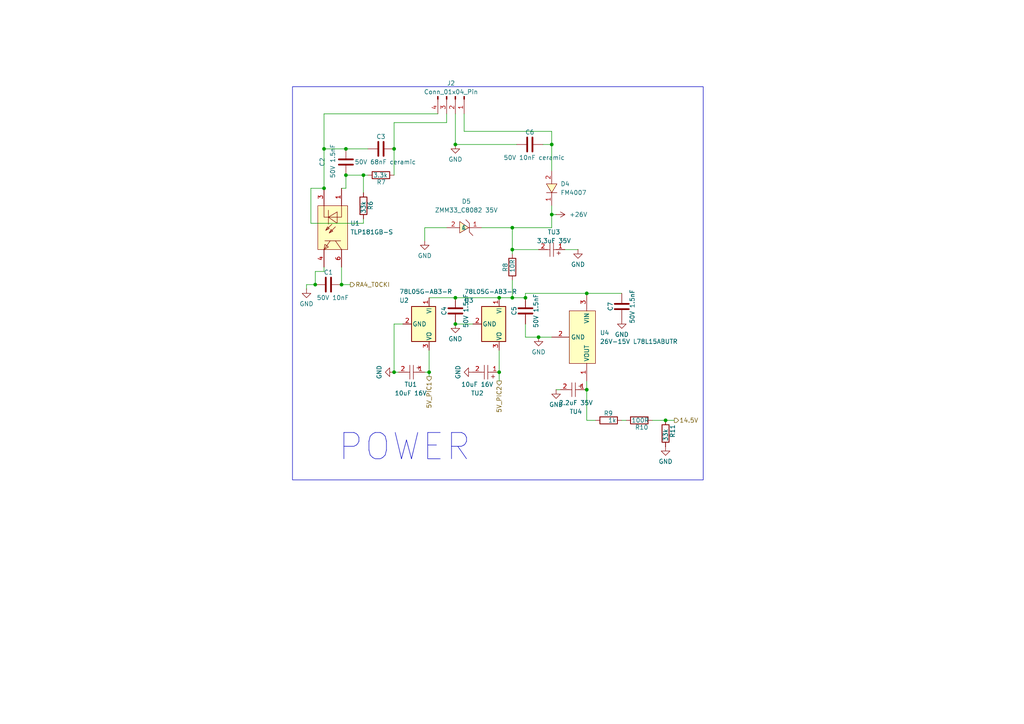
<source format=kicad_sch>
(kicad_sch
	(version 20250114)
	(generator "eeschema")
	(generator_version "9.0")
	(uuid "7a97bb05-70e8-492c-a149-71a46bf2085e")
	(paper "A4")
	(lib_symbols
		(symbol "Connector:Conn_01x04_Pin"
			(pin_names
				(offset 1.016)
				(hide yes)
			)
			(exclude_from_sim no)
			(in_bom yes)
			(on_board yes)
			(property "Reference" "J"
				(at 0 5.08 0)
				(effects
					(font
						(size 1.27 1.27)
					)
				)
			)
			(property "Value" "Conn_01x04_Pin"
				(at 0 -7.62 0)
				(effects
					(font
						(size 1.27 1.27)
					)
				)
			)
			(property "Footprint" ""
				(at 0 0 0)
				(effects
					(font
						(size 1.27 1.27)
					)
					(hide yes)
				)
			)
			(property "Datasheet" "~"
				(at 0 0 0)
				(effects
					(font
						(size 1.27 1.27)
					)
					(hide yes)
				)
			)
			(property "Description" "Generic connector, single row, 01x04, script generated"
				(at 0 0 0)
				(effects
					(font
						(size 1.27 1.27)
					)
					(hide yes)
				)
			)
			(property "ki_locked" ""
				(at 0 0 0)
				(effects
					(font
						(size 1.27 1.27)
					)
				)
			)
			(property "ki_keywords" "connector"
				(at 0 0 0)
				(effects
					(font
						(size 1.27 1.27)
					)
					(hide yes)
				)
			)
			(property "ki_fp_filters" "Connector*:*_1x??_*"
				(at 0 0 0)
				(effects
					(font
						(size 1.27 1.27)
					)
					(hide yes)
				)
			)
			(symbol "Conn_01x04_Pin_1_1"
				(rectangle
					(start 0.8636 2.667)
					(end 0 2.413)
					(stroke
						(width 0.1524)
						(type default)
					)
					(fill
						(type outline)
					)
				)
				(rectangle
					(start 0.8636 0.127)
					(end 0 -0.127)
					(stroke
						(width 0.1524)
						(type default)
					)
					(fill
						(type outline)
					)
				)
				(rectangle
					(start 0.8636 -2.413)
					(end 0 -2.667)
					(stroke
						(width 0.1524)
						(type default)
					)
					(fill
						(type outline)
					)
				)
				(rectangle
					(start 0.8636 -4.953)
					(end 0 -5.207)
					(stroke
						(width 0.1524)
						(type default)
					)
					(fill
						(type outline)
					)
				)
				(polyline
					(pts
						(xy 1.27 2.54) (xy 0.8636 2.54)
					)
					(stroke
						(width 0.1524)
						(type default)
					)
					(fill
						(type none)
					)
				)
				(polyline
					(pts
						(xy 1.27 0) (xy 0.8636 0)
					)
					(stroke
						(width 0.1524)
						(type default)
					)
					(fill
						(type none)
					)
				)
				(polyline
					(pts
						(xy 1.27 -2.54) (xy 0.8636 -2.54)
					)
					(stroke
						(width 0.1524)
						(type default)
					)
					(fill
						(type none)
					)
				)
				(polyline
					(pts
						(xy 1.27 -5.08) (xy 0.8636 -5.08)
					)
					(stroke
						(width 0.1524)
						(type default)
					)
					(fill
						(type none)
					)
				)
				(pin passive line
					(at 5.08 2.54 180)
					(length 3.81)
					(name "Pin_1"
						(effects
							(font
								(size 1.27 1.27)
							)
						)
					)
					(number "1"
						(effects
							(font
								(size 1.27 1.27)
							)
						)
					)
				)
				(pin passive line
					(at 5.08 0 180)
					(length 3.81)
					(name "Pin_2"
						(effects
							(font
								(size 1.27 1.27)
							)
						)
					)
					(number "2"
						(effects
							(font
								(size 1.27 1.27)
							)
						)
					)
				)
				(pin passive line
					(at 5.08 -2.54 180)
					(length 3.81)
					(name "Pin_3"
						(effects
							(font
								(size 1.27 1.27)
							)
						)
					)
					(number "3"
						(effects
							(font
								(size 1.27 1.27)
							)
						)
					)
				)
				(pin passive line
					(at 5.08 -5.08 180)
					(length 3.81)
					(name "Pin_4"
						(effects
							(font
								(size 1.27 1.27)
							)
						)
					)
					(number "4"
						(effects
							(font
								(size 1.27 1.27)
							)
						)
					)
				)
			)
			(embedded_fonts no)
		)
		(symbol "Device:C"
			(pin_numbers
				(hide yes)
			)
			(pin_names
				(offset 0.254)
			)
			(exclude_from_sim no)
			(in_bom yes)
			(on_board yes)
			(property "Reference" "C"
				(at 0.635 2.54 0)
				(effects
					(font
						(size 1.27 1.27)
					)
					(justify left)
				)
			)
			(property "Value" "C"
				(at 0.635 -2.54 0)
				(effects
					(font
						(size 1.27 1.27)
					)
					(justify left)
				)
			)
			(property "Footprint" ""
				(at 0.9652 -3.81 0)
				(effects
					(font
						(size 1.27 1.27)
					)
					(hide yes)
				)
			)
			(property "Datasheet" "~"
				(at 0 0 0)
				(effects
					(font
						(size 1.27 1.27)
					)
					(hide yes)
				)
			)
			(property "Description" "Unpolarized capacitor"
				(at 0 0 0)
				(effects
					(font
						(size 1.27 1.27)
					)
					(hide yes)
				)
			)
			(property "ki_keywords" "cap capacitor"
				(at 0 0 0)
				(effects
					(font
						(size 1.27 1.27)
					)
					(hide yes)
				)
			)
			(property "ki_fp_filters" "C_*"
				(at 0 0 0)
				(effects
					(font
						(size 1.27 1.27)
					)
					(hide yes)
				)
			)
			(symbol "C_0_1"
				(polyline
					(pts
						(xy -2.032 0.762) (xy 2.032 0.762)
					)
					(stroke
						(width 0.508)
						(type default)
					)
					(fill
						(type none)
					)
				)
				(polyline
					(pts
						(xy -2.032 -0.762) (xy 2.032 -0.762)
					)
					(stroke
						(width 0.508)
						(type default)
					)
					(fill
						(type none)
					)
				)
			)
			(symbol "C_1_1"
				(pin passive line
					(at 0 3.81 270)
					(length 2.794)
					(name "~"
						(effects
							(font
								(size 1.27 1.27)
							)
						)
					)
					(number "1"
						(effects
							(font
								(size 1.27 1.27)
							)
						)
					)
				)
				(pin passive line
					(at 0 -3.81 90)
					(length 2.794)
					(name "~"
						(effects
							(font
								(size 1.27 1.27)
							)
						)
					)
					(number "2"
						(effects
							(font
								(size 1.27 1.27)
							)
						)
					)
				)
			)
			(embedded_fonts no)
		)
		(symbol "Device:R"
			(pin_numbers
				(hide yes)
			)
			(pin_names
				(offset 0)
			)
			(exclude_from_sim no)
			(in_bom yes)
			(on_board yes)
			(property "Reference" "R"
				(at 2.032 0 90)
				(effects
					(font
						(size 1.27 1.27)
					)
				)
			)
			(property "Value" "R"
				(at 0 0 90)
				(effects
					(font
						(size 1.27 1.27)
					)
				)
			)
			(property "Footprint" ""
				(at -1.778 0 90)
				(effects
					(font
						(size 1.27 1.27)
					)
					(hide yes)
				)
			)
			(property "Datasheet" "~"
				(at 0 0 0)
				(effects
					(font
						(size 1.27 1.27)
					)
					(hide yes)
				)
			)
			(property "Description" "Resistor"
				(at 0 0 0)
				(effects
					(font
						(size 1.27 1.27)
					)
					(hide yes)
				)
			)
			(property "ki_keywords" "R res resistor"
				(at 0 0 0)
				(effects
					(font
						(size 1.27 1.27)
					)
					(hide yes)
				)
			)
			(property "ki_fp_filters" "R_*"
				(at 0 0 0)
				(effects
					(font
						(size 1.27 1.27)
					)
					(hide yes)
				)
			)
			(symbol "R_0_1"
				(rectangle
					(start -1.016 -2.54)
					(end 1.016 2.54)
					(stroke
						(width 0.254)
						(type default)
					)
					(fill
						(type none)
					)
				)
			)
			(symbol "R_1_1"
				(pin passive line
					(at 0 3.81 270)
					(length 1.27)
					(name "~"
						(effects
							(font
								(size 1.27 1.27)
							)
						)
					)
					(number "1"
						(effects
							(font
								(size 1.27 1.27)
							)
						)
					)
				)
				(pin passive line
					(at 0 -3.81 90)
					(length 1.27)
					(name "~"
						(effects
							(font
								(size 1.27 1.27)
							)
						)
					)
					(number "2"
						(effects
							(font
								(size 1.27 1.27)
							)
						)
					)
				)
			)
			(embedded_fonts no)
		)
		(symbol "KA78M05_TO252_1"
			(pin_names
				(offset 0.254)
			)
			(exclude_from_sim no)
			(in_bom yes)
			(on_board yes)
			(property "Reference" "U2"
				(at -6.858 -8.636 90)
				(effects
					(font
						(size 1.27 1.27)
					)
					(justify left)
				)
			)
			(property "Value" "78L05G-AB3-R"
				(at -9.398 -8.636 90)
				(effects
					(font
						(size 1.27 1.27)
					)
					(justify left)
				)
			)
			(property "Footprint" "Package_TO_SOT_SMD:SOT-89-3"
				(at 0 5.715 0)
				(effects
					(font
						(size 1.27 1.27)
						(italic yes)
					)
					(hide yes)
				)
			)
			(property "Datasheet" "https://www.onsemi.com/pub/Collateral/MC78M00-D.PDF"
				(at 0 -1.27 0)
				(effects
					(font
						(size 1.27 1.27)
					)
					(hide yes)
				)
			)
			(property "Description" "Positive 500mA 35V Linear Regulator, Fixed Output 5V, TO-252 (D-PAK)"
				(at 0 0 0)
				(effects
					(font
						(size 1.27 1.27)
					)
					(hide yes)
				)
			)
			(property "ExtendedPreferedEquivalence" "0"
				(at 0 0 0)
				(effects
					(font
						(size 1.27 1.27)
					)
					(hide yes)
				)
			)
			(property "ExtendedPreferedEquivalence JLCPCB" "0"
				(at 0 0 0)
				(effects
					(font
						(size 1.27 1.27)
					)
					(hide yes)
				)
			)
			(property "ExtendedPreferedEquivalence price@reel" "0"
				(at 0 0 0)
				(effects
					(font
						(size 1.27 1.27)
					)
					(hide yes)
				)
			)
			(property "ExtendedPreferedEquivalence prive@1" "0"
				(at 0 0 0)
				(effects
					(font
						(size 1.27 1.27)
					)
					(hide yes)
				)
			)
			(property "JCLPCB" "C71136"
				(at 0 0 0)
				(effects
					(font
						(size 1.27 1.27)
					)
					(hide yes)
				)
			)
			(property "MfgNo" "78L05G-AB3-R"
				(at 0 0 0)
				(effects
					(font
						(size 1.27 1.27)
					)
					(hide yes)
				)
			)
			(property "basicEquivalen" "78L05G-AB3-R"
				(at 0 0 0)
				(effects
					(font
						(size 1.27 1.27)
					)
					(hide yes)
				)
			)
			(property "basicEquivalen JLCPCB" "C71136"
				(at 0 0 0)
				(effects
					(font
						(size 1.27 1.27)
					)
					(hide yes)
				)
			)
			(property "basicEquivalence price@1" "0.0614"
				(at 0 0 0)
				(effects
					(font
						(size 1.27 1.27)
					)
					(hide yes)
				)
			)
			(property "basicEquivalence price@reel" "0.0371"
				(at 0 0 0)
				(effects
					(font
						(size 1.27 1.27)
					)
					(hide yes)
				)
			)
			(property "price@1" "0.0614"
				(at 0 0 0)
				(effects
					(font
						(size 1.27 1.27)
					)
					(hide yes)
				)
			)
			(property "price@reel" "0.0371"
				(at 0 0 0)
				(effects
					(font
						(size 1.27 1.27)
					)
					(hide yes)
				)
			)
			(property "ki_keywords" "Voltage Regulator 500mA Positive"
				(at 0 0 0)
				(effects
					(font
						(size 1.27 1.27)
					)
					(hide yes)
				)
			)
			(property "ki_fp_filters" "TO?252*"
				(at 0 0 0)
				(effects
					(font
						(size 1.27 1.27)
					)
					(hide yes)
				)
			)
			(symbol "KA78M05_TO252_1_0_1"
				(rectangle
					(start -5.08 1.905)
					(end 5.08 -5.08)
					(stroke
						(width 0.254)
						(type default)
					)
					(fill
						(type background)
					)
				)
			)
			(symbol "KA78M05_TO252_1_1_1"
				(pin passive line
					(at -7.62 0 0)
					(length 2.54)
					(name "VI"
						(effects
							(font
								(size 1.27 1.27)
							)
						)
					)
					(number "1"
						(effects
							(font
								(size 1.27 1.27)
							)
						)
					)
				)
				(pin passive line
					(at 0 -7.62 90)
					(length 2.54)
					(name "GND"
						(effects
							(font
								(size 1.27 1.27)
							)
						)
					)
					(number "2"
						(effects
							(font
								(size 1.27 1.27)
							)
						)
					)
				)
				(pin passive line
					(at 7.62 0 180)
					(length 2.54)
					(name "VO"
						(effects
							(font
								(size 1.27 1.27)
							)
						)
					)
					(number "3"
						(effects
							(font
								(size 1.27 1.27)
							)
						)
					)
				)
			)
			(embedded_fonts no)
		)
		(symbol "Regulator_Linear:KA78M05_TO252"
			(pin_names
				(offset 0.254)
			)
			(exclude_from_sim no)
			(in_bom yes)
			(on_board yes)
			(property "Reference" "U3"
				(at -6.858 -10.16 90)
				(effects
					(font
						(size 1.27 1.27)
					)
					(justify left)
				)
			)
			(property "Value" "78L05G-AB3-R"
				(at -9.398 -10.16 90)
				(effects
					(font
						(size 1.27 1.27)
					)
					(justify left)
				)
			)
			(property "Footprint" "Package_TO_SOT_SMD:SOT-89-3"
				(at 0 5.715 0)
				(effects
					(font
						(size 1.27 1.27)
						(italic yes)
					)
					(hide yes)
				)
			)
			(property "Datasheet" "https://www.onsemi.com/pub/Collateral/MC78M00-D.PDF"
				(at 0 -1.27 0)
				(effects
					(font
						(size 1.27 1.27)
					)
					(hide yes)
				)
			)
			(property "Description" "Positive 500mA 35V Linear Regulator, Fixed Output 5V, TO-252 (D-PAK)"
				(at 0 0 0)
				(effects
					(font
						(size 1.27 1.27)
					)
					(hide yes)
				)
			)
			(property "ExtendedPreferedEquivalence" "0"
				(at 0 0 0)
				(effects
					(font
						(size 1.27 1.27)
					)
					(hide yes)
				)
			)
			(property "ExtendedPreferedEquivalence JLCPCB" "0"
				(at 0 0 0)
				(effects
					(font
						(size 1.27 1.27)
					)
					(hide yes)
				)
			)
			(property "ExtendedPreferedEquivalence price@reel" "0"
				(at 0 0 0)
				(effects
					(font
						(size 1.27 1.27)
					)
					(hide yes)
				)
			)
			(property "ExtendedPreferedEquivalence prive@1" "0"
				(at 0 0 0)
				(effects
					(font
						(size 1.27 1.27)
					)
					(hide yes)
				)
			)
			(property "JCLPCB" "C71136"
				(at 0 0 0)
				(effects
					(font
						(size 1.27 1.27)
					)
					(hide yes)
				)
			)
			(property "MfgNo" "78L05G-AB3-R"
				(at 0 0 0)
				(effects
					(font
						(size 1.27 1.27)
					)
					(hide yes)
				)
			)
			(property "basicEquivalen" "78L05G-AB3-R"
				(at 0 0 0)
				(effects
					(font
						(size 1.27 1.27)
					)
					(hide yes)
				)
			)
			(property "basicEquivalen JLCPCB" "C71136"
				(at 0 0 0)
				(effects
					(font
						(size 1.27 1.27)
					)
					(hide yes)
				)
			)
			(property "basicEquivalence price@1" "0.0614"
				(at 0 0 0)
				(effects
					(font
						(size 1.27 1.27)
					)
					(hide yes)
				)
			)
			(property "basicEquivalence price@reel" "0.0371"
				(at 0 0 0)
				(effects
					(font
						(size 1.27 1.27)
					)
					(hide yes)
				)
			)
			(property "price@1" "0.0614"
				(at 0 0 0)
				(effects
					(font
						(size 1.27 1.27)
					)
					(hide yes)
				)
			)
			(property "price@reel" "0.0371"
				(at 0 0 0)
				(effects
					(font
						(size 1.27 1.27)
					)
					(hide yes)
				)
			)
			(property "ki_keywords" "Voltage Regulator 500mA Positive"
				(at 0 0 0)
				(effects
					(font
						(size 1.27 1.27)
					)
					(hide yes)
				)
			)
			(property "ki_fp_filters" "TO?252*"
				(at 0 0 0)
				(effects
					(font
						(size 1.27 1.27)
					)
					(hide yes)
				)
			)
			(symbol "KA78M05_TO252_0_1"
				(rectangle
					(start -5.08 1.905)
					(end 5.08 -5.08)
					(stroke
						(width 0.254)
						(type default)
					)
					(fill
						(type background)
					)
				)
			)
			(symbol "KA78M05_TO252_1_1"
				(pin passive line
					(at -7.62 0 0)
					(length 2.54)
					(name "VI"
						(effects
							(font
								(size 1.27 1.27)
							)
						)
					)
					(number "1"
						(effects
							(font
								(size 1.27 1.27)
							)
						)
					)
				)
				(pin passive line
					(at 0 -7.62 90)
					(length 2.54)
					(name "GND"
						(effects
							(font
								(size 1.27 1.27)
							)
						)
					)
					(number "2"
						(effects
							(font
								(size 1.27 1.27)
							)
						)
					)
				)
				(pin passive line
					(at 7.62 0 180)
					(length 2.54)
					(name "VO"
						(effects
							(font
								(size 1.27 1.27)
							)
						)
					)
					(number "3"
						(effects
							(font
								(size 1.27 1.27)
							)
						)
					)
				)
			)
			(embedded_fonts no)
		)
		(symbol "TAJB335K035RNJ_1"
			(pin_names
				(hide yes)
			)
			(exclude_from_sim no)
			(in_bom yes)
			(on_board yes)
			(property "Reference" "C"
				(at 0 5.08 0)
				(effects
					(font
						(size 1.27 1.27)
					)
				)
			)
			(property "Value" "TAJB335K035RNJ"
				(at 0 -5.08 0)
				(effects
					(font
						(size 1.27 1.27)
					)
				)
			)
			(property "Footprint" "easyeda2kicad:CAP-SMD_L3.5-W2.8-R-RD"
				(at 0 -7.62 0)
				(effects
					(font
						(size 1.27 1.27)
					)
					(hide yes)
				)
			)
			(property "Datasheet" "https://lcsc.com/product-detail/Tantalum-Capacitors_AVX_TAJB335K035RNJ_3-3uF-335-10-35V_C7201.html"
				(at 0 -10.16 0)
				(effects
					(font
						(size 1.27 1.27)
					)
					(hide yes)
				)
			)
			(property "Description" ""
				(at 0 0 0)
				(effects
					(font
						(size 1.27 1.27)
					)
					(hide yes)
				)
			)
			(property "LCSC Part" "C7201"
				(at 0 -12.7 0)
				(effects
					(font
						(size 1.27 1.27)
					)
					(hide yes)
				)
			)
			(symbol "TAJB335K035RNJ_1_0_1"
				(polyline
					(pts
						(xy -0.51 0) (xy -1.27 0)
					)
					(stroke
						(width 0)
						(type default)
					)
					(fill
						(type none)
					)
				)
				(polyline
					(pts
						(xy -0.51 -2.03) (xy -0.51 2.03)
					)
					(stroke
						(width 0)
						(type default)
					)
					(fill
						(type none)
					)
				)
				(polyline
					(pts
						(xy 0.51 -2.03) (xy 0.51 2.03)
					)
					(stroke
						(width 0)
						(type default)
					)
					(fill
						(type none)
					)
				)
				(polyline
					(pts
						(xy 1.27 0) (xy 0.51 0)
					)
					(stroke
						(width 0)
						(type default)
					)
					(fill
						(type none)
					)
				)
				(polyline
					(pts
						(xy 2.03 -1.52) (xy 2.03 -0.51)
					)
					(stroke
						(width 0)
						(type default)
					)
					(fill
						(type none)
					)
				)
				(polyline
					(pts
						(xy 2.54 -1.02) (xy 1.52 -1.02)
					)
					(stroke
						(width 0)
						(type default)
					)
					(fill
						(type none)
					)
				)
				(pin input line
					(at -3.81 0 0)
					(length 2.54)
					(name "2"
						(effects
							(font
								(size 1.27 1.27)
							)
						)
					)
					(number "2"
						(effects
							(font
								(size 1.27 1.27)
							)
						)
					)
				)
				(pin input line
					(at 3.81 0 180)
					(length 2.54)
					(name "1"
						(effects
							(font
								(size 1.27 1.27)
							)
						)
					)
					(number "1"
						(effects
							(font
								(size 1.27 1.27)
							)
						)
					)
				)
			)
			(embedded_fonts no)
		)
		(symbol "easyeda2kicad:FM4007"
			(pin_names
				(hide yes)
			)
			(exclude_from_sim no)
			(in_bom yes)
			(on_board yes)
			(property "Reference" "D4"
				(at 1.2701 -2.54 90)
				(effects
					(font
						(size 1.27 1.27)
					)
					(justify right)
				)
			)
			(property "Value" "FM4007"
				(at -1.2699 -2.54 90)
				(effects
					(font
						(size 1.27 1.27)
					)
					(justify right)
				)
			)
			(property "Footprint" "easyeda2kicad:SOD-123FL_L2.7-W1.8-LS3.8-RD"
				(at 0 -7.62 0)
				(effects
					(font
						(size 1.27 1.27)
					)
					(hide yes)
				)
			)
			(property "Datasheet" "https://lcsc.com/product-detail/Diodes-General-Purpose_LGE-FM4007_C402244.html"
				(at 0 -10.16 0)
				(effects
					(font
						(size 1.27 1.27)
					)
					(hide yes)
				)
			)
			(property "Description" ""
				(at 0 0 0)
				(effects
					(font
						(size 1.27 1.27)
					)
					(hide yes)
				)
			)
			(property "LCSC Part" "C402244"
				(at 0 -12.7 0)
				(effects
					(font
						(size 1.27 1.27)
					)
					(hide yes)
				)
			)
			(symbol "FM4007_0_1"
				(polyline
					(pts
						(xy -1.27 -1.52) (xy -1.27 1.52)
					)
					(stroke
						(width 0)
						(type default)
					)
					(fill
						(type none)
					)
				)
				(polyline
					(pts
						(xy 1.27 1.52) (xy -1.27 0) (xy 1.27 -1.52) (xy 1.27 1.52)
					)
					(stroke
						(width 0)
						(type default)
					)
					(fill
						(type background)
					)
				)
				(pin passive line
					(at -5.08 0 0)
					(length 3.81)
					(name "C"
						(effects
							(font
								(size 1.27 1.27)
							)
						)
					)
					(number "1"
						(effects
							(font
								(size 1.27 1.27)
							)
						)
					)
				)
				(pin passive line
					(at 5.08 0 180)
					(length 3.81)
					(name "A"
						(effects
							(font
								(size 1.27 1.27)
							)
						)
					)
					(number "2"
						(effects
							(font
								(size 1.27 1.27)
							)
						)
					)
				)
			)
			(embedded_fonts no)
		)
		(symbol "easyeda2kicad:L78L15ABUTR"
			(exclude_from_sim no)
			(in_bom yes)
			(on_board yes)
			(property "Reference" "U4"
				(at -1.2701 7.62 90)
				(effects
					(font
						(size 1.27 1.27)
					)
					(justify left)
				)
			)
			(property "Value" "26V-15V L78L15ABUTR"
				(at 1.2699 7.62 90)
				(effects
					(font
						(size 1.27 1.27)
					)
					(justify left)
				)
			)
			(property "Footprint" "easyeda2kicad:SOT-89-3_L4.5-W2.5-P1.50-LS4.2-TL"
				(at 0 -13.97 0)
				(effects
					(font
						(size 1.27 1.27)
					)
					(hide yes)
				)
			)
			(property "Datasheet" "https://lcsc.com/product-detail/Linear-Voltage-Regulators_STMicroelectronics_L78L15ABUTR_L78L15ABUTR_C81364.html"
				(at 0 -16.51 0)
				(effects
					(font
						(size 1.27 1.27)
					)
					(hide yes)
				)
			)
			(property "Description" ""
				(at 0 0 0)
				(effects
					(font
						(size 1.27 1.27)
					)
					(hide yes)
				)
			)
			(property "LCSC Part" "C81364"
				(at 0 -19.05 0)
				(effects
					(font
						(size 1.27 1.27)
					)
					(hide yes)
				)
			)
			(symbol "L78L15ABUTR_0_1"
				(rectangle
					(start -7.62 6.35)
					(end 7.62 -1.27)
					(stroke
						(width 0)
						(type default)
					)
					(fill
						(type background)
					)
				)
				(pin passive line
					(at -12.7 3.81 0)
					(length 5.08)
					(name "VIN"
						(effects
							(font
								(size 1.27 1.27)
							)
						)
					)
					(number "3"
						(effects
							(font
								(size 1.27 1.27)
							)
						)
					)
				)
				(pin passive line
					(at 0 -6.35 90)
					(length 5.08)
					(name "GND"
						(effects
							(font
								(size 1.27 1.27)
							)
						)
					)
					(number "2"
						(effects
							(font
								(size 1.27 1.27)
							)
						)
					)
				)
				(pin passive line
					(at 12.7 3.81 180)
					(length 5.08)
					(name "VOUT"
						(effects
							(font
								(size 1.27 1.27)
							)
						)
					)
					(number "1"
						(effects
							(font
								(size 1.27 1.27)
							)
						)
					)
				)
			)
			(embedded_fonts no)
		)
		(symbol "easyeda2kicad:TAJA106K016RNJ"
			(pin_names
				(hide yes)
			)
			(exclude_from_sim no)
			(in_bom yes)
			(on_board yes)
			(property "Reference" "C"
				(at 0 5.08 0)
				(effects
					(font
						(size 1.27 1.27)
					)
				)
			)
			(property "Value" "TAJA106K016RNJ"
				(at 0 -5.08 0)
				(effects
					(font
						(size 1.27 1.27)
					)
				)
			)
			(property "Footprint" "easyeda2kicad:CAP-SMD_L3.2-W1.6-RD-C7171"
				(at 0 -7.62 0)
				(effects
					(font
						(size 1.27 1.27)
					)
					(hide yes)
				)
			)
			(property "Datasheet" "https://lcsc.com/product-detail/Tantalum-Capacitors_AVX_TAJA106K016RNJ_10uF-106-10-16V_C7171.html"
				(at 0 -10.16 0)
				(effects
					(font
						(size 1.27 1.27)
					)
					(hide yes)
				)
			)
			(property "Description" ""
				(at 0 0 0)
				(effects
					(font
						(size 1.27 1.27)
					)
					(hide yes)
				)
			)
			(property "LCSC Part" "C7171"
				(at 0 -12.7 0)
				(effects
					(font
						(size 1.27 1.27)
					)
					(hide yes)
				)
			)
			(symbol "TAJA106K016RNJ_0_1"
				(polyline
					(pts
						(xy -0.51 0) (xy -1.27 0)
					)
					(stroke
						(width 0)
						(type default)
					)
					(fill
						(type none)
					)
				)
				(polyline
					(pts
						(xy -0.51 -2.03) (xy -0.51 2.03)
					)
					(stroke
						(width 0)
						(type default)
					)
					(fill
						(type none)
					)
				)
				(polyline
					(pts
						(xy 0.51 -2.03) (xy 0.51 2.03)
					)
					(stroke
						(width 0)
						(type default)
					)
					(fill
						(type none)
					)
				)
				(polyline
					(pts
						(xy 1.27 0) (xy 0.51 0)
					)
					(stroke
						(width 0)
						(type default)
					)
					(fill
						(type none)
					)
				)
				(polyline
					(pts
						(xy 1.52 1.27) (xy 2.54 1.27)
					)
					(stroke
						(width 0)
						(type default)
					)
					(fill
						(type none)
					)
				)
				(polyline
					(pts
						(xy 2.03 1.78) (xy 2.03 0.76)
					)
					(stroke
						(width 0)
						(type default)
					)
					(fill
						(type none)
					)
				)
				(pin input line
					(at -3.81 0 0)
					(length 2.54)
					(name "2"
						(effects
							(font
								(size 1.27 1.27)
							)
						)
					)
					(number "2"
						(effects
							(font
								(size 1.27 1.27)
							)
						)
					)
				)
				(pin input line
					(at 3.81 0 180)
					(length 2.54)
					(name "1"
						(effects
							(font
								(size 1.27 1.27)
							)
						)
					)
					(number "1"
						(effects
							(font
								(size 1.27 1.27)
							)
						)
					)
				)
			)
			(embedded_fonts no)
		)
		(symbol "easyeda2kicad:TAJB225K035RNJ"
			(pin_names
				(hide yes)
			)
			(exclude_from_sim no)
			(in_bom yes)
			(on_board yes)
			(property "Reference" "C"
				(at 0 5.08 0)
				(effects
					(font
						(size 1.27 1.27)
					)
				)
			)
			(property "Value" "TAJB225K035RNJ"
				(at 0 -5.08 0)
				(effects
					(font
						(size 1.27 1.27)
					)
				)
			)
			(property "Footprint" "easyeda2kicad:CAP-SMD_L3.5-W2.8-R-RD"
				(at 0 -7.62 0)
				(effects
					(font
						(size 1.27 1.27)
					)
					(hide yes)
				)
			)
			(property "Datasheet" "https://lcsc.com/product-detail/Tantalum-Capacitors_AVX_TAJB225K035RNJ-RHOS_2-2uF-225-10-35V_C19276.html"
				(at 0 -10.16 0)
				(effects
					(font
						(size 1.27 1.27)
					)
					(hide yes)
				)
			)
			(property "Description" ""
				(at 0 0 0)
				(effects
					(font
						(size 1.27 1.27)
					)
					(hide yes)
				)
			)
			(property "LCSC Part" "C19276"
				(at 0 -12.7 0)
				(effects
					(font
						(size 1.27 1.27)
					)
					(hide yes)
				)
			)
			(symbol "TAJB225K035RNJ_0_1"
				(polyline
					(pts
						(xy -0.51 0) (xy -1.27 0)
					)
					(stroke
						(width 0)
						(type default)
					)
					(fill
						(type none)
					)
				)
				(polyline
					(pts
						(xy -0.51 -2.03) (xy -0.51 2.03)
					)
					(stroke
						(width 0)
						(type default)
					)
					(fill
						(type none)
					)
				)
				(polyline
					(pts
						(xy 0.51 -2.03) (xy 0.51 2.03)
					)
					(stroke
						(width 0)
						(type default)
					)
					(fill
						(type none)
					)
				)
				(polyline
					(pts
						(xy 1.27 0) (xy 0.51 0)
					)
					(stroke
						(width 0)
						(type default)
					)
					(fill
						(type none)
					)
				)
				(polyline
					(pts
						(xy 2.03 -1.52) (xy 2.03 -0.51)
					)
					(stroke
						(width 0)
						(type default)
					)
					(fill
						(type none)
					)
				)
				(polyline
					(pts
						(xy 2.54 -1.02) (xy 1.52 -1.02)
					)
					(stroke
						(width 0)
						(type default)
					)
					(fill
						(type none)
					)
				)
				(pin input line
					(at -3.81 0 0)
					(length 2.54)
					(name "2"
						(effects
							(font
								(size 1.27 1.27)
							)
						)
					)
					(number "2"
						(effects
							(font
								(size 1.27 1.27)
							)
						)
					)
				)
				(pin input line
					(at 3.81 0 180)
					(length 2.54)
					(name "1"
						(effects
							(font
								(size 1.27 1.27)
							)
						)
					)
					(number "1"
						(effects
							(font
								(size 1.27 1.27)
							)
						)
					)
				)
			)
			(embedded_fonts no)
		)
		(symbol "easyeda2kicad:TLP181GB-S"
			(pin_names
				(hide yes)
			)
			(exclude_from_sim no)
			(in_bom yes)
			(on_board yes)
			(property "Reference" "U"
				(at 0 7.62 0)
				(effects
					(font
						(size 1.27 1.27)
					)
				)
			)
			(property "Value" "TLP181GB-S"
				(at 0 -7.62 0)
				(effects
					(font
						(size 1.27 1.27)
					)
				)
			)
			(property "Footprint" "easyeda2kicad:SOP-4_L3.7-W4.6-P2.54-LS7.0-TL"
				(at 0 -10.16 0)
				(effects
					(font
						(size 1.27 1.27)
					)
					(hide yes)
				)
			)
			(property "Datasheet" "https://lcsc.com/product-detail/New-Arrivals_Youtai-Semiconductor-Co-Ltd-TLP181GB-S_C388374.html"
				(at 0 -12.7 0)
				(effects
					(font
						(size 1.27 1.27)
					)
					(hide yes)
				)
			)
			(property "Description" ""
				(at 0 0 0)
				(effects
					(font
						(size 1.27 1.27)
					)
					(hide yes)
				)
			)
			(property "LCSC Part" "C388374"
				(at 0 -15.24 0)
				(effects
					(font
						(size 1.27 1.27)
					)
					(hide yes)
				)
			)
			(symbol "TLP181GB-S_0_1"
				(rectangle
					(start -7.62 4.32)
					(end 5.08 -4.32)
					(stroke
						(width 0)
						(type default)
					)
					(fill
						(type background)
					)
				)
				(polyline
					(pts
						(xy -7.62 2.54) (xy -4.32 2.54) (xy -4.32 -2.54) (xy -7.62 -2.54)
					)
					(stroke
						(width 0)
						(type default)
					)
					(fill
						(type none)
					)
				)
				(polyline
					(pts
						(xy -5.84 1.27) (xy -4.32 -1.27) (xy -2.54 1.27) (xy -5.84 1.27)
					)
					(stroke
						(width 0)
						(type default)
					)
					(fill
						(type background)
					)
				)
				(polyline
					(pts
						(xy -2.29 -0.25) (xy -0.51 -2.03)
					)
					(stroke
						(width 0)
						(type default)
					)
					(fill
						(type none)
					)
				)
				(polyline
					(pts
						(xy -2.29 -1.27) (xy -6.35 -1.27)
					)
					(stroke
						(width 0)
						(type default)
					)
					(fill
						(type none)
					)
				)
				(polyline
					(pts
						(xy -1.52 0.76) (xy 0.25 -1.02)
					)
					(stroke
						(width 0)
						(type default)
					)
					(fill
						(type none)
					)
				)
				(polyline
					(pts
						(xy -0.51 -2.03) (xy -1.02 -1.02) (xy -1.52 -1.52) (xy -0.51 -2.03)
					)
					(stroke
						(width 0)
						(type default)
					)
					(fill
						(type background)
					)
				)
				(polyline
					(pts
						(xy 0.25 -1.02) (xy -0.25 0) (xy -0.76 -0.51) (xy 0.25 -1.02)
					)
					(stroke
						(width 0)
						(type default)
					)
					(fill
						(type background)
					)
				)
				(polyline
					(pts
						(xy 2.54 2.29) (xy 2.54 -2.29)
					)
					(stroke
						(width 0)
						(type default)
					)
					(fill
						(type none)
					)
				)
				(polyline
					(pts
						(xy 2.54 -0.76) (xy 5.08 -2.54)
					)
					(stroke
						(width 0)
						(type default)
					)
					(fill
						(type none)
					)
				)
				(polyline
					(pts
						(xy 5.08 2.54) (xy 2.54 0.76)
					)
					(stroke
						(width 0)
						(type default)
					)
					(fill
						(type none)
					)
				)
				(polyline
					(pts
						(xy 5.08 -2.54) (xy 4.32 -1.27) (xy 3.56 -2.29) (xy 5.08 -2.54)
					)
					(stroke
						(width 0)
						(type default)
					)
					(fill
						(type background)
					)
				)
				(pin unspecified line
					(at -12.7 2.54 0)
					(length 5.08)
					(name "AN"
						(effects
							(font
								(size 1.27 1.27)
							)
						)
					)
					(number "1"
						(effects
							(font
								(size 1.27 1.27)
							)
						)
					)
				)
				(pin unspecified line
					(at -12.7 -2.54 0)
					(length 5.08)
					(name "CAT"
						(effects
							(font
								(size 1.27 1.27)
							)
						)
					)
					(number "3"
						(effects
							(font
								(size 1.27 1.27)
							)
						)
					)
				)
				(pin unspecified line
					(at 10.16 2.54 180)
					(length 5.08)
					(name "COL"
						(effects
							(font
								(size 1.27 1.27)
							)
						)
					)
					(number "6"
						(effects
							(font
								(size 1.27 1.27)
							)
						)
					)
				)
				(pin unspecified line
					(at 10.16 -2.54 180)
					(length 5.08)
					(name "EMI"
						(effects
							(font
								(size 1.27 1.27)
							)
						)
					)
					(number "4"
						(effects
							(font
								(size 1.27 1.27)
							)
						)
					)
				)
			)
			(embedded_fonts no)
		)
		(symbol "easyeda2kicad:ZMM33_C8082"
			(exclude_from_sim no)
			(in_bom yes)
			(on_board yes)
			(property "Reference" "D"
				(at 0 5.08 0)
				(effects
					(font
						(size 1.27 1.27)
					)
				)
			)
			(property "Value" "ZMM33_C8082"
				(at 0 -5.08 0)
				(effects
					(font
						(size 1.27 1.27)
					)
				)
			)
			(property "Footprint" "easyeda2kicad:LL-34_L3.5-W1.5-RD"
				(at 0 -7.62 0)
				(effects
					(font
						(size 1.27 1.27)
					)
					(hide yes)
				)
			)
			(property "Datasheet" "https://lcsc.com/product-detail/Zener-Diodes_ZMM33_C8082.html"
				(at 0 -10.16 0)
				(effects
					(font
						(size 1.27 1.27)
					)
					(hide yes)
				)
			)
			(property "Description" ""
				(at 0 0 0)
				(effects
					(font
						(size 1.27 1.27)
					)
					(hide yes)
				)
			)
			(property "LCSC Part" "C8082"
				(at 0 -12.7 0)
				(effects
					(font
						(size 1.27 1.27)
					)
					(hide yes)
				)
			)
			(symbol "ZMM33_C8082_0_1"
				(polyline
					(pts
						(xy -2.54 2.29) (xy -1.52 1.27) (xy -1.52 -1.27) (xy -0.51 -2.29)
					)
					(stroke
						(width 0)
						(type default)
					)
					(fill
						(type none)
					)
				)
				(polyline
					(pts
						(xy 1.27 1.52) (xy -1.27 0) (xy 1.27 -1.78) (xy 1.27 1.52)
					)
					(stroke
						(width 0)
						(type default)
					)
					(fill
						(type background)
					)
				)
				(pin unspecified line
					(at -5.08 0 0)
					(length 3.81)
					(name "C"
						(effects
							(font
								(size 1.27 1.27)
							)
						)
					)
					(number "1"
						(effects
							(font
								(size 1.27 1.27)
							)
						)
					)
				)
				(pin unspecified line
					(at 5.08 0 180)
					(length 3.81)
					(name "A"
						(effects
							(font
								(size 1.27 1.27)
							)
						)
					)
					(number "2"
						(effects
							(font
								(size 1.27 1.27)
							)
						)
					)
				)
			)
			(embedded_fonts no)
		)
		(symbol "power:+28V"
			(power)
			(pin_numbers
				(hide yes)
			)
			(pin_names
				(offset 0)
				(hide yes)
			)
			(exclude_from_sim no)
			(in_bom yes)
			(on_board yes)
			(property "Reference" "#PWR"
				(at 0 -3.81 0)
				(effects
					(font
						(size 1.27 1.27)
					)
					(hide yes)
				)
			)
			(property "Value" "+28V"
				(at 0 3.556 0)
				(effects
					(font
						(size 1.27 1.27)
					)
				)
			)
			(property "Footprint" ""
				(at 6.35 1.27 0)
				(effects
					(font
						(size 1.27 1.27)
					)
					(hide yes)
				)
			)
			(property "Datasheet" ""
				(at 6.35 1.27 0)
				(effects
					(font
						(size 1.27 1.27)
					)
					(hide yes)
				)
			)
			(property "Description" "Power symbol creates a global label with name \"+28V\""
				(at 0 0 0)
				(effects
					(font
						(size 1.27 1.27)
					)
					(hide yes)
				)
			)
			(property "ki_keywords" "global power"
				(at 0 0 0)
				(effects
					(font
						(size 1.27 1.27)
					)
					(hide yes)
				)
			)
			(symbol "+28V_0_1"
				(polyline
					(pts
						(xy -0.762 1.27) (xy 0 2.54)
					)
					(stroke
						(width 0)
						(type default)
					)
					(fill
						(type none)
					)
				)
				(polyline
					(pts
						(xy 0 2.54) (xy 0.762 1.27)
					)
					(stroke
						(width 0)
						(type default)
					)
					(fill
						(type none)
					)
				)
				(polyline
					(pts
						(xy 0 0) (xy 0 2.54)
					)
					(stroke
						(width 0)
						(type default)
					)
					(fill
						(type none)
					)
				)
			)
			(symbol "+28V_1_1"
				(pin power_in line
					(at 0 0 90)
					(length 0)
					(name "~"
						(effects
							(font
								(size 1.27 1.27)
							)
						)
					)
					(number "1"
						(effects
							(font
								(size 1.27 1.27)
							)
						)
					)
				)
			)
			(embedded_fonts no)
		)
		(symbol "power:GND"
			(power)
			(pin_numbers
				(hide yes)
			)
			(pin_names
				(offset 0)
				(hide yes)
			)
			(exclude_from_sim no)
			(in_bom yes)
			(on_board yes)
			(property "Reference" "#PWR"
				(at 0 -6.35 0)
				(effects
					(font
						(size 1.27 1.27)
					)
					(hide yes)
				)
			)
			(property "Value" "GND"
				(at 0 -3.81 0)
				(effects
					(font
						(size 1.27 1.27)
					)
				)
			)
			(property "Footprint" ""
				(at 0 0 0)
				(effects
					(font
						(size 1.27 1.27)
					)
					(hide yes)
				)
			)
			(property "Datasheet" ""
				(at 0 0 0)
				(effects
					(font
						(size 1.27 1.27)
					)
					(hide yes)
				)
			)
			(property "Description" "Power symbol creates a global label with name \"GND\" , ground"
				(at 0 0 0)
				(effects
					(font
						(size 1.27 1.27)
					)
					(hide yes)
				)
			)
			(property "ki_keywords" "global power"
				(at 0 0 0)
				(effects
					(font
						(size 1.27 1.27)
					)
					(hide yes)
				)
			)
			(symbol "GND_0_1"
				(polyline
					(pts
						(xy 0 0) (xy 0 -1.27) (xy 1.27 -1.27) (xy 0 -2.54) (xy -1.27 -1.27) (xy 0 -1.27)
					)
					(stroke
						(width 0)
						(type default)
					)
					(fill
						(type none)
					)
				)
			)
			(symbol "GND_1_1"
				(pin power_in line
					(at 0 0 270)
					(length 0)
					(name "~"
						(effects
							(font
								(size 1.27 1.27)
							)
						)
					)
					(number "1"
						(effects
							(font
								(size 1.27 1.27)
							)
						)
					)
				)
			)
			(embedded_fonts no)
		)
	)
	(rectangle
		(start 84.836 25.146)
		(end 203.962 139.192)
		(stroke
			(width 0)
			(type default)
		)
		(fill
			(type none)
		)
		(uuid adade3ba-0173-4f2e-860b-bcb26e58e6f6)
	)
	(text "POWER"
		(exclude_from_sim no)
		(at 117.348 129.794 0)
		(effects
			(font
				(size 7.62 7.62)
			)
		)
		(uuid "60b901cd-c75d-4010-bcc4-739b4babb3a6")
	)
	(junction
		(at 132.08 93.98)
		(diameter 0)
		(color 0 0 0 0)
		(uuid "0689541b-4834-4037-aec5-d99da59df356")
	)
	(junction
		(at 193.04 121.92)
		(diameter 0)
		(color 0 0 0 0)
		(uuid "0852e8a2-eae0-43e4-a8c8-67bf0d905e4e")
	)
	(junction
		(at 144.78 86.36)
		(diameter 0)
		(color 0 0 0 0)
		(uuid "201c1818-9d33-4d29-8d55-8e7e23663f69")
	)
	(junction
		(at 99.06 82.55)
		(diameter 0)
		(color 0 0 0 0)
		(uuid "462c4a8f-7e0f-450d-99d3-394cfc78cfd1")
	)
	(junction
		(at 114.3 107.95)
		(diameter 0)
		(color 0 0 0 0)
		(uuid "5755d019-955c-4af9-911e-497e11452d9a")
	)
	(junction
		(at 148.59 72.39)
		(diameter 0)
		(color 0 0 0 0)
		(uuid "67b92f0a-d17f-4f75-b0bb-3e6671bba02d")
	)
	(junction
		(at 152.4 86.36)
		(diameter 0)
		(color 0 0 0 0)
		(uuid "6823904f-a130-4f2f-ab83-11e5e6dc5ea3")
	)
	(junction
		(at 170.18 113.03)
		(diameter 0)
		(color 0 0 0 0)
		(uuid "7ebfec59-7ac9-4b98-a082-ea8cb3f8327f")
	)
	(junction
		(at 100.33 43.18)
		(diameter 0)
		(color 0 0 0 0)
		(uuid "886f9847-723d-42d5-a553-434770a5480f")
	)
	(junction
		(at 160.02 62.23)
		(diameter 0)
		(color 0 0 0 0)
		(uuid "95858830-adab-4157-8d0b-6438c630be92")
	)
	(junction
		(at 156.21 97.79)
		(diameter 0)
		(color 0 0 0 0)
		(uuid "aa90650b-8ff3-4109-8150-f417439b8a54")
	)
	(junction
		(at 124.46 107.95)
		(diameter 0)
		(color 0 0 0 0)
		(uuid "b2c498de-81ef-4968-996e-6f878faf156f")
	)
	(junction
		(at 132.08 41.91)
		(diameter 0)
		(color 0 0 0 0)
		(uuid "b533aa40-d1e1-4481-b6c4-ef0b666170b3")
	)
	(junction
		(at 114.3 43.18)
		(diameter 0)
		(color 0 0 0 0)
		(uuid "b9c33df1-451c-44ae-9260-025c5f552529")
	)
	(junction
		(at 148.59 66.04)
		(diameter 0)
		(color 0 0 0 0)
		(uuid "ba515014-8dbf-4273-b8dd-308ab82f92a7")
	)
	(junction
		(at 144.78 107.95)
		(diameter 0)
		(color 0 0 0 0)
		(uuid "bdf28d11-5012-4b2b-a947-90c27d4a64d8")
	)
	(junction
		(at 132.08 86.36)
		(diameter 0)
		(color 0 0 0 0)
		(uuid "c7366de3-a7e3-47fa-9fe4-b68a69369b9d")
	)
	(junction
		(at 170.18 85.09)
		(diameter 0)
		(color 0 0 0 0)
		(uuid "cc20be24-4a77-4ea0-954b-e223af917719")
	)
	(junction
		(at 91.44 82.55)
		(diameter 0)
		(color 0 0 0 0)
		(uuid "d2bae419-63a5-4f38-b910-1427297681ae")
	)
	(junction
		(at 93.98 54.61)
		(diameter 0)
		(color 0 0 0 0)
		(uuid "d91df117-e081-45f2-9344-50346be8be80")
	)
	(junction
		(at 105.41 50.8)
		(diameter 0)
		(color 0 0 0 0)
		(uuid "e1bcd04e-31cd-4979-90ed-6236a5fc586a")
	)
	(junction
		(at 160.02 41.91)
		(diameter 0)
		(color 0 0 0 0)
		(uuid "e9075ee1-14de-4b73-92b3-d9314b13404b")
	)
	(junction
		(at 148.59 86.36)
		(diameter 0)
		(color 0 0 0 0)
		(uuid "e92bf243-08c8-4b6f-bb0e-b67e23eb1861")
	)
	(junction
		(at 100.33 50.8)
		(diameter 0)
		(color 0 0 0 0)
		(uuid "eefead20-bf12-40fe-b12c-9d9219773f1b")
	)
	(junction
		(at 93.98 43.18)
		(diameter 0)
		(color 0 0 0 0)
		(uuid "f9f87f8e-84d5-4e32-a32d-eb8989c21557")
	)
	(wire
		(pts
			(xy 163.83 72.39) (xy 167.64 72.39)
		)
		(stroke
			(width 0)
			(type default)
		)
		(uuid "043f2843-d619-4d9d-85a4-725d77e70863")
	)
	(wire
		(pts
			(xy 99.06 54.61) (xy 100.33 54.61)
		)
		(stroke
			(width 0)
			(type default)
		)
		(uuid "0c2b3ed4-5228-407c-8782-b484a832449a")
	)
	(wire
		(pts
			(xy 100.33 43.18) (xy 106.68 43.18)
		)
		(stroke
			(width 0)
			(type default)
		)
		(uuid "0cfc7284-e0c1-4391-b27a-04545ddbcef8")
	)
	(wire
		(pts
			(xy 132.08 33.02) (xy 132.08 41.91)
		)
		(stroke
			(width 0)
			(type default)
		)
		(uuid "0d3431f0-d2c6-48d8-9847-aef1ac1460ce")
	)
	(wire
		(pts
			(xy 114.3 93.98) (xy 114.3 107.95)
		)
		(stroke
			(width 0)
			(type default)
		)
		(uuid "0e1bbf15-bcf9-4edf-8cfb-75bd74cfd7b2")
	)
	(wire
		(pts
			(xy 156.21 97.79) (xy 152.4 97.79)
		)
		(stroke
			(width 0)
			(type default)
		)
		(uuid "0e4de531-4e63-4624-91dd-ee6a511c25a7")
	)
	(wire
		(pts
			(xy 161.29 62.23) (xy 160.02 62.23)
		)
		(stroke
			(width 0)
			(type default)
		)
		(uuid "13c09893-1eef-4f92-a78d-41a1b2b8e617")
	)
	(wire
		(pts
			(xy 160.02 38.1) (xy 160.02 41.91)
		)
		(stroke
			(width 0)
			(type default)
		)
		(uuid "1629c423-4561-4aa8-ae44-63dedd6f9197")
	)
	(wire
		(pts
			(xy 129.54 33.02) (xy 129.54 35.56)
		)
		(stroke
			(width 0)
			(type default)
		)
		(uuid "174c7792-c940-421a-bff1-e47bd6503a74")
	)
	(wire
		(pts
			(xy 124.46 107.95) (xy 124.46 101.6)
		)
		(stroke
			(width 0)
			(type default)
		)
		(uuid "175de756-537a-40d9-af7b-664e52c246a2")
	)
	(wire
		(pts
			(xy 124.46 107.95) (xy 124.46 109.22)
		)
		(stroke
			(width 0)
			(type default)
		)
		(uuid "1b76b216-ea5e-4f13-a06f-0058aeaaed09")
	)
	(wire
		(pts
			(xy 90.17 54.61) (xy 90.17 64.77)
		)
		(stroke
			(width 0)
			(type default)
		)
		(uuid "1dec2a8e-5b00-4744-a08c-bb0879b0b1eb")
	)
	(wire
		(pts
			(xy 105.41 50.8) (xy 106.68 50.8)
		)
		(stroke
			(width 0)
			(type default)
		)
		(uuid "1ea5d8a9-bd07-48c2-96b0-a779710a8ea5")
	)
	(wire
		(pts
			(xy 189.23 121.92) (xy 193.04 121.92)
		)
		(stroke
			(width 0)
			(type default)
		)
		(uuid "23f16794-2426-4317-a069-a0e546a89807")
	)
	(wire
		(pts
			(xy 132.08 41.91) (xy 149.86 41.91)
		)
		(stroke
			(width 0)
			(type default)
		)
		(uuid "26e2bce3-8eac-4bf0-a3ac-741d46347bdd")
	)
	(wire
		(pts
			(xy 134.62 38.1) (xy 160.02 38.1)
		)
		(stroke
			(width 0)
			(type default)
		)
		(uuid "2a88c3b3-69cc-4c2b-bf52-a2e3573d2ef3")
	)
	(wire
		(pts
			(xy 132.08 86.36) (xy 144.78 86.36)
		)
		(stroke
			(width 0)
			(type default)
		)
		(uuid "3362522d-61b4-4444-a664-ddf54cf1bf4e")
	)
	(wire
		(pts
			(xy 160.02 41.91) (xy 157.48 41.91)
		)
		(stroke
			(width 0)
			(type default)
		)
		(uuid "35fc9ac2-a1a5-4c24-ac40-4d14b2534abe")
	)
	(wire
		(pts
			(xy 134.62 33.02) (xy 134.62 38.1)
		)
		(stroke
			(width 0)
			(type default)
		)
		(uuid "3970909b-acf2-4b06-b19d-e774d9331ea0")
	)
	(wire
		(pts
			(xy 148.59 81.28) (xy 148.59 86.36)
		)
		(stroke
			(width 0)
			(type default)
		)
		(uuid "3a3861f7-cda8-4495-bea6-292896b0be44")
	)
	(wire
		(pts
			(xy 144.78 107.95) (xy 144.78 110.49)
		)
		(stroke
			(width 0)
			(type default)
		)
		(uuid "3f6c2b41-b763-458e-99a9-1c200534323b")
	)
	(wire
		(pts
			(xy 124.46 86.36) (xy 132.08 86.36)
		)
		(stroke
			(width 0)
			(type default)
		)
		(uuid "41201b2f-d146-4480-8177-78cee9ac7d7b")
	)
	(wire
		(pts
			(xy 152.4 97.79) (xy 152.4 93.98)
		)
		(stroke
			(width 0)
			(type default)
		)
		(uuid "4a4f5d66-6dbc-481b-807d-03baabe6ef24")
	)
	(wire
		(pts
			(xy 105.41 64.77) (xy 105.41 63.5)
		)
		(stroke
			(width 0)
			(type default)
		)
		(uuid "4d2a0705-99e7-443c-af97-896757a6bcdd")
	)
	(wire
		(pts
			(xy 170.18 113.03) (xy 170.18 121.92)
		)
		(stroke
			(width 0)
			(type default)
		)
		(uuid "573fbe02-de7a-4c4f-b977-c636c79c56e9")
	)
	(wire
		(pts
			(xy 93.98 43.18) (xy 93.98 54.61)
		)
		(stroke
			(width 0)
			(type default)
		)
		(uuid "5ce88891-7054-41c4-b9b5-7100e423d8d4")
	)
	(wire
		(pts
			(xy 90.17 54.61) (xy 93.98 54.61)
		)
		(stroke
			(width 0)
			(type default)
		)
		(uuid "60facd94-93b3-4c4f-96dd-f7a2b78ce1fb")
	)
	(wire
		(pts
			(xy 161.29 113.03) (xy 162.56 113.03)
		)
		(stroke
			(width 0)
			(type default)
		)
		(uuid "66afe4cf-d28b-49f7-89f5-255d04afb04e")
	)
	(wire
		(pts
			(xy 160.02 97.79) (xy 156.21 97.79)
		)
		(stroke
			(width 0)
			(type default)
		)
		(uuid "6ba7265c-4caf-4b7a-abbe-a19ad2256c7b")
	)
	(wire
		(pts
			(xy 148.59 86.36) (xy 152.4 86.36)
		)
		(stroke
			(width 0)
			(type default)
		)
		(uuid "6f3a7dd4-3368-4a28-8527-42869f2a9762")
	)
	(wire
		(pts
			(xy 144.78 86.36) (xy 148.59 86.36)
		)
		(stroke
			(width 0)
			(type default)
		)
		(uuid "7c3b19fd-4676-406d-a9f9-2f0ee8a48689")
	)
	(wire
		(pts
			(xy 148.59 66.04) (xy 160.02 66.04)
		)
		(stroke
			(width 0)
			(type default)
		)
		(uuid "7db745e7-7936-4ee7-ae70-810df9a0cbe9")
	)
	(wire
		(pts
			(xy 93.98 33.02) (xy 127 33.02)
		)
		(stroke
			(width 0)
			(type default)
		)
		(uuid "82e0b460-01d7-4084-8446-cdcbb5271e82")
	)
	(wire
		(pts
			(xy 93.98 78.74) (xy 91.44 78.74)
		)
		(stroke
			(width 0)
			(type default)
		)
		(uuid "831f4b1c-140d-4d61-89b6-722ef28e4982")
	)
	(wire
		(pts
			(xy 93.98 77.47) (xy 93.98 78.74)
		)
		(stroke
			(width 0)
			(type default)
		)
		(uuid "838e542c-dc66-4267-990f-7258d97b7b0e")
	)
	(wire
		(pts
			(xy 148.59 73.66) (xy 148.59 72.39)
		)
		(stroke
			(width 0)
			(type default)
		)
		(uuid "84f95398-7bf5-4e86-8119-8f1441d3d3b0")
	)
	(wire
		(pts
			(xy 99.06 82.55) (xy 101.6 82.55)
		)
		(stroke
			(width 0)
			(type default)
		)
		(uuid "8507e8bc-4a72-405d-bfff-d39ad22b1578")
	)
	(wire
		(pts
			(xy 160.02 62.23) (xy 160.02 66.04)
		)
		(stroke
			(width 0)
			(type default)
		)
		(uuid "8cb32929-94af-46bf-b305-da8079a8ae20")
	)
	(wire
		(pts
			(xy 100.33 43.18) (xy 93.98 43.18)
		)
		(stroke
			(width 0)
			(type default)
		)
		(uuid "8d37805a-0558-44fb-8cba-98e9cd283ddd")
	)
	(wire
		(pts
			(xy 132.08 93.98) (xy 137.16 93.98)
		)
		(stroke
			(width 0)
			(type default)
		)
		(uuid "8dfd3b69-68e4-468b-b6d7-8bcec6acec9b")
	)
	(wire
		(pts
			(xy 100.33 50.8) (xy 105.41 50.8)
		)
		(stroke
			(width 0)
			(type default)
		)
		(uuid "939b2af9-88d1-4934-8469-6fe5f2d7d3f3")
	)
	(wire
		(pts
			(xy 114.3 35.56) (xy 114.3 43.18)
		)
		(stroke
			(width 0)
			(type default)
		)
		(uuid "98f602fd-c66a-4a05-91a6-b8526d1701cd")
	)
	(wire
		(pts
			(xy 91.44 78.74) (xy 91.44 82.55)
		)
		(stroke
			(width 0)
			(type default)
		)
		(uuid "995e8b1a-e76b-431e-b573-80eb2be71d64")
	)
	(wire
		(pts
			(xy 114.3 107.95) (xy 115.57 107.95)
		)
		(stroke
			(width 0)
			(type default)
		)
		(uuid "9d7945fd-efc7-4365-b068-b89825f5a4b3")
	)
	(wire
		(pts
			(xy 144.78 101.6) (xy 144.78 107.95)
		)
		(stroke
			(width 0)
			(type default)
		)
		(uuid "a1562d72-b66e-44ac-95bc-ca8ea80ededb")
	)
	(wire
		(pts
			(xy 88.9 82.55) (xy 91.44 82.55)
		)
		(stroke
			(width 0)
			(type default)
		)
		(uuid "a1860f44-7db8-47ff-beb3-1c0aa3d73c00")
	)
	(wire
		(pts
			(xy 152.4 85.09) (xy 170.18 85.09)
		)
		(stroke
			(width 0)
			(type default)
		)
		(uuid "a38afc43-371f-46af-beb7-1ebc1f7bfd4b")
	)
	(wire
		(pts
			(xy 114.3 93.98) (xy 116.84 93.98)
		)
		(stroke
			(width 0)
			(type default)
		)
		(uuid "a8e79857-07b3-41b9-a040-807e42bfffe8")
	)
	(wire
		(pts
			(xy 99.06 77.47) (xy 99.06 82.55)
		)
		(stroke
			(width 0)
			(type default)
		)
		(uuid "ab2a6494-2d09-4e83-9743-08532879019b")
	)
	(wire
		(pts
			(xy 114.3 43.18) (xy 114.3 50.8)
		)
		(stroke
			(width 0)
			(type default)
		)
		(uuid "abcdf508-e8a3-4ade-9c7e-49f817d20c9a")
	)
	(wire
		(pts
			(xy 170.18 85.09) (xy 180.34 85.09)
		)
		(stroke
			(width 0)
			(type default)
		)
		(uuid "af71e547-375f-4f08-b28e-10c499b72ad1")
	)
	(wire
		(pts
			(xy 148.59 72.39) (xy 156.21 72.39)
		)
		(stroke
			(width 0)
			(type default)
		)
		(uuid "b4d25565-e5fd-4956-8068-9f5ce4828809")
	)
	(wire
		(pts
			(xy 160.02 59.69) (xy 160.02 62.23)
		)
		(stroke
			(width 0)
			(type default)
		)
		(uuid "bbbae3c4-c088-440f-9fe4-be26138dff6b")
	)
	(wire
		(pts
			(xy 195.58 121.92) (xy 193.04 121.92)
		)
		(stroke
			(width 0)
			(type default)
		)
		(uuid "c00770fd-4ece-4a3c-87a3-62786b723a55")
	)
	(wire
		(pts
			(xy 93.98 33.02) (xy 93.98 43.18)
		)
		(stroke
			(width 0)
			(type default)
		)
		(uuid "c573d721-a8e1-4b20-ba05-ab547eaef26e")
	)
	(wire
		(pts
			(xy 148.59 66.04) (xy 148.59 72.39)
		)
		(stroke
			(width 0)
			(type default)
		)
		(uuid "c693b9df-d475-4450-88a1-19c2e860c3e3")
	)
	(wire
		(pts
			(xy 123.19 66.04) (xy 129.54 66.04)
		)
		(stroke
			(width 0)
			(type default)
		)
		(uuid "cf6f46a9-c947-4203-a041-1856bf397dc3")
	)
	(wire
		(pts
			(xy 90.17 64.77) (xy 105.41 64.77)
		)
		(stroke
			(width 0)
			(type default)
		)
		(uuid "d14a343e-e3be-4f71-adbd-c6f440c044ea")
	)
	(wire
		(pts
			(xy 88.9 83.82) (xy 88.9 82.55)
		)
		(stroke
			(width 0)
			(type default)
		)
		(uuid "d4d586d4-2f31-49a2-b4e7-e57954d96bba")
	)
	(wire
		(pts
			(xy 123.19 69.85) (xy 123.19 66.04)
		)
		(stroke
			(width 0)
			(type default)
		)
		(uuid "dbcea93d-2266-4d80-ab29-33df0d20d8bc")
	)
	(wire
		(pts
			(xy 170.18 110.49) (xy 170.18 113.03)
		)
		(stroke
			(width 0)
			(type default)
		)
		(uuid "e01445f1-fda0-4f43-ab5f-31dc07e62d0a")
	)
	(wire
		(pts
			(xy 105.41 50.8) (xy 105.41 55.88)
		)
		(stroke
			(width 0)
			(type default)
		)
		(uuid "e0a4b3df-9aa2-4142-943c-a1d59f98f49e")
	)
	(wire
		(pts
			(xy 170.18 121.92) (xy 172.72 121.92)
		)
		(stroke
			(width 0)
			(type default)
		)
		(uuid "e19d4a00-8446-48c4-be81-2e61b3818729")
	)
	(wire
		(pts
			(xy 160.02 41.91) (xy 160.02 49.53)
		)
		(stroke
			(width 0)
			(type default)
		)
		(uuid "ebd42745-1e79-413d-818b-165d55520337")
	)
	(wire
		(pts
			(xy 123.19 107.95) (xy 124.46 107.95)
		)
		(stroke
			(width 0)
			(type default)
		)
		(uuid "f0cdde22-d6e7-4e29-9d27-3e18feca0c5d")
	)
	(wire
		(pts
			(xy 180.34 121.92) (xy 181.61 121.92)
		)
		(stroke
			(width 0)
			(type default)
		)
		(uuid "f5a7d670-37ea-4681-9bd0-7ea66aa940bf")
	)
	(wire
		(pts
			(xy 139.7 66.04) (xy 148.59 66.04)
		)
		(stroke
			(width 0)
			(type default)
		)
		(uuid "f6519f7a-3692-472d-9aa4-1c9d57df99eb")
	)
	(wire
		(pts
			(xy 100.33 50.8) (xy 100.33 54.61)
		)
		(stroke
			(width 0)
			(type default)
		)
		(uuid "fb068fbd-6810-4743-ac10-05e3fbf4ee11")
	)
	(wire
		(pts
			(xy 152.4 85.09) (xy 152.4 86.36)
		)
		(stroke
			(width 0)
			(type default)
		)
		(uuid "fc5bb31a-0660-4e89-a3f0-9d303b225e75")
	)
	(wire
		(pts
			(xy 129.54 35.56) (xy 114.3 35.56)
		)
		(stroke
			(width 0)
			(type default)
		)
		(uuid "fd21f3f5-de37-4756-b0de-8c3df00787ce")
	)
	(hierarchical_label "5V_PIC1"
		(shape output)
		(at 124.46 109.22 270)
		(effects
			(font
				(size 1.27 1.27)
			)
			(justify right)
		)
		(uuid "27fd6544-11c3-40ec-a137-fac6b329cca6")
	)
	(hierarchical_label "5V_PIC2"
		(shape output)
		(at 144.78 110.49 270)
		(effects
			(font
				(size 1.27 1.27)
			)
			(justify right)
		)
		(uuid "8bca01e5-552e-4f27-a2d4-7edee296b33a")
	)
	(hierarchical_label "RA4_T0CKI"
		(shape output)
		(at 101.6 82.55 0)
		(effects
			(font
				(size 1.27 1.27)
			)
			(justify left)
		)
		(uuid "e25d75d3-ad15-4d07-9bdf-8cadbe390197")
	)
	(hierarchical_label "14.5V"
		(shape output)
		(at 195.58 121.92 0)
		(effects
			(font
				(size 1.27 1.27)
			)
			(justify left)
		)
		(uuid "eb620fd7-7cbf-4d9e-8df7-f096571f1e5f")
	)
	(symbol
		(lib_id "easyeda2kicad:L78L15ABUTR")
		(at 166.37 97.79 270)
		(unit 1)
		(exclude_from_sim no)
		(in_bom yes)
		(on_board yes)
		(dnp no)
		(fields_autoplaced yes)
		(uuid "10e4eb2b-908f-4fc5-b2e4-7ffd2e84c2d5")
		(property "Reference" "U4"
			(at 173.99 96.5199 90)
			(effects
				(font
					(size 1.27 1.27)
				)
				(justify left)
			)
		)
		(property "Value" "26V-15V L78L15ABUTR"
			(at 173.99 99.0599 90)
			(effects
				(font
					(size 1.27 1.27)
				)
				(justify left)
			)
		)
		(property "Footprint" "easyeda2kicad:SOT-89-3_L4.5-W2.5-P1.50-LS4.2-TL"
			(at 152.4 97.79 0)
			(effects
				(font
					(size 1.27 1.27)
				)
				(hide yes)
			)
		)
		(property "Datasheet" "https://lcsc.com/product-detail/Linear-Voltage-Regulators_STMicroelectronics_L78L15ABUTR_L78L15ABUTR_C81364.html"
			(at 149.86 97.79 0)
			(effects
				(font
					(size 1.27 1.27)
				)
				(hide yes)
			)
		)
		(property "Description" ""
			(at 166.37 97.79 0)
			(effects
				(font
					(size 1.27 1.27)
				)
				(hide yes)
			)
		)
		(property "LCSC Part" "C81364"
			(at 147.32 97.79 0)
			(effects
				(font
					(size 1.27 1.27)
				)
				(hide yes)
			)
		)
		(property "JLCPCB" ""
			(at 166.37 97.79 90)
			(effects
				(font
					(size 1.27 1.27)
				)
				(hide yes)
			)
		)
		(pin "2"
			(uuid "28eab565-e3e3-49eb-9fa5-1de0c006899a")
		)
		(pin "1"
			(uuid "b6527b59-81f9-42f7-87ac-46fcd2a29989")
		)
		(pin "3"
			(uuid "647ecaa4-1a67-4256-a962-7c569942bd48")
		)
		(instances
			(project "GraduateProject"
				(path "/5608137a-e4aa-4fc5-a1c7-a13152d0b864/de7250b6-5542-41da-b336-1d929c24525c"
					(reference "U4")
					(unit 1)
				)
			)
		)
	)
	(symbol
		(lib_id "power:GND")
		(at 193.04 129.54 0)
		(unit 1)
		(exclude_from_sim no)
		(in_bom yes)
		(on_board yes)
		(dnp no)
		(uuid "18e1d67f-5066-4d79-a1fe-4eceeeaa97df")
		(property "Reference" "#PWR017"
			(at 193.04 135.89 0)
			(effects
				(font
					(size 1.27 1.27)
				)
				(hide yes)
			)
		)
		(property "Value" "GND"
			(at 193.04 133.858 0)
			(effects
				(font
					(size 1.27 1.27)
				)
			)
		)
		(property "Footprint" ""
			(at 193.04 129.54 0)
			(effects
				(font
					(size 1.27 1.27)
				)
				(hide yes)
			)
		)
		(property "Datasheet" ""
			(at 193.04 129.54 0)
			(effects
				(font
					(size 1.27 1.27)
				)
				(hide yes)
			)
		)
		(property "Description" "Power symbol creates a global label with name \"GND\" , ground"
			(at 193.04 129.54 0)
			(effects
				(font
					(size 1.27 1.27)
				)
				(hide yes)
			)
		)
		(pin "1"
			(uuid "768dd1a8-4c13-4408-842d-1c1eef6bfe48")
		)
		(instances
			(project "GraduateProject"
				(path "/5608137a-e4aa-4fc5-a1c7-a13152d0b864/de7250b6-5542-41da-b336-1d929c24525c"
					(reference "#PWR017")
					(unit 1)
				)
			)
		)
	)
	(symbol
		(lib_id "Device:R")
		(at 105.41 59.69 0)
		(mirror y)
		(unit 1)
		(exclude_from_sim no)
		(in_bom yes)
		(on_board yes)
		(dnp no)
		(uuid "1e789768-ec96-477f-ae0f-f19a4e48aa2a")
		(property "Reference" "R6"
			(at 107.442 60.96 90)
			(effects
				(font
					(size 1.27 1.27)
				)
				(justify left)
			)
		)
		(property "Value" "33k"
			(at 105.41 61.976 90)
			(effects
				(font
					(size 1.27 1.27)
				)
				(justify left)
			)
		)
		(property "Footprint" "Resistor_SMD:R_0805_2012Metric"
			(at 107.188 59.69 90)
			(effects
				(font
					(size 1.27 1.27)
				)
				(hide yes)
			)
		)
		(property "Datasheet" "~"
			(at 105.41 59.69 0)
			(effects
				(font
					(size 1.27 1.27)
				)
				(hide yes)
			)
		)
		(property "Description" "Resistor"
			(at 105.41 59.69 0)
			(effects
				(font
					(size 1.27 1.27)
				)
				(hide yes)
			)
		)
		(property "JLCPCB" ""
			(at 105.41 59.69 90)
			(effects
				(font
					(size 1.27 1.27)
				)
				(hide yes)
			)
		)
		(pin "1"
			(uuid "1206ef0a-b6a8-4a3e-b8fa-d82a88bb8564")
		)
		(pin "2"
			(uuid "9e6235f8-9922-49ba-8796-cd43a7898265")
		)
		(instances
			(project "GraduateProject"
				(path "/5608137a-e4aa-4fc5-a1c7-a13152d0b864/de7250b6-5542-41da-b336-1d929c24525c"
					(reference "R6")
					(unit 1)
				)
			)
		)
	)
	(symbol
		(lib_id "easyeda2kicad:ZMM33_C8082")
		(at 134.62 66.04 180)
		(unit 1)
		(exclude_from_sim no)
		(in_bom yes)
		(on_board yes)
		(dnp no)
		(fields_autoplaced yes)
		(uuid "281bb914-a769-4975-9985-df5e1191fd6c")
		(property "Reference" "D5"
			(at 135.255 58.42 0)
			(effects
				(font
					(size 1.27 1.27)
				)
			)
		)
		(property "Value" "ZMM33_C8082 35V"
			(at 135.255 60.96 0)
			(effects
				(font
					(size 1.27 1.27)
				)
			)
		)
		(property "Footprint" "easyeda2kicad:LL-34_L3.5-W1.5-RD"
			(at 134.62 58.42 0)
			(effects
				(font
					(size 1.27 1.27)
				)
				(hide yes)
			)
		)
		(property "Datasheet" "https://lcsc.com/product-detail/Zener-Diodes_ZMM33_C8082.html"
			(at 134.62 55.88 0)
			(effects
				(font
					(size 1.27 1.27)
				)
				(hide yes)
			)
		)
		(property "Description" ""
			(at 134.62 66.04 0)
			(effects
				(font
					(size 1.27 1.27)
				)
				(hide yes)
			)
		)
		(property "LCSC Part" "C8082"
			(at 134.62 53.34 0)
			(effects
				(font
					(size 1.27 1.27)
				)
				(hide yes)
			)
		)
		(pin "2"
			(uuid "be0739ca-94c2-41ac-afee-82bebabc6151")
		)
		(pin "1"
			(uuid "5bedb7f0-5baf-49c2-ac23-fdeaa924cfab")
		)
		(instances
			(project "GraduateProject"
				(path "/5608137a-e4aa-4fc5-a1c7-a13152d0b864/de7250b6-5542-41da-b336-1d929c24525c"
					(reference "D5")
					(unit 1)
				)
			)
		)
	)
	(symbol
		(lib_id "Device:C")
		(at 95.25 82.55 270)
		(unit 1)
		(exclude_from_sim no)
		(in_bom yes)
		(on_board yes)
		(dnp no)
		(uuid "2b87f100-c3ad-47fa-880e-bff1cf474212")
		(property "Reference" "C1"
			(at 95.25 78.994 90)
			(effects
				(font
					(size 1.27 1.27)
				)
			)
		)
		(property "Value" "50V 10nF"
			(at 96.52 86.36 90)
			(effects
				(font
					(size 1.27 1.27)
				)
			)
		)
		(property "Footprint" "Capacitor_SMD:C_0805_2012Metric"
			(at 91.44 83.5152 0)
			(effects
				(font
					(size 1.27 1.27)
				)
				(hide yes)
			)
		)
		(property "Datasheet" "~"
			(at 95.25 82.55 0)
			(effects
				(font
					(size 1.27 1.27)
				)
				(hide yes)
			)
		)
		(property "Description" "Unpolarized capacitor"
			(at 95.25 82.55 0)
			(effects
				(font
					(size 1.27 1.27)
				)
				(hide yes)
			)
		)
		(property "JLCPCB" ""
			(at 95.25 82.55 90)
			(effects
				(font
					(size 1.27 1.27)
				)
				(hide yes)
			)
		)
		(pin "1"
			(uuid "cd940f42-37e5-4ff3-bca0-ba1f77c86c8a")
		)
		(pin "2"
			(uuid "dffc011e-1e95-429e-a545-3f5b61e14056")
		)
		(instances
			(project "GraduateProject"
				(path "/5608137a-e4aa-4fc5-a1c7-a13152d0b864/de7250b6-5542-41da-b336-1d929c24525c"
					(reference "C1")
					(unit 1)
				)
			)
		)
	)
	(symbol
		(lib_id "Device:R")
		(at 176.53 121.92 90)
		(mirror x)
		(unit 1)
		(exclude_from_sim no)
		(in_bom yes)
		(on_board yes)
		(dnp no)
		(uuid "31967421-50a8-42de-93ca-c3b68b965570")
		(property "Reference" "R9"
			(at 177.8 119.888 90)
			(effects
				(font
					(size 1.27 1.27)
				)
				(justify left)
			)
		)
		(property "Value" "1k"
			(at 178.816 121.92 90)
			(effects
				(font
					(size 1.27 1.27)
				)
				(justify left)
			)
		)
		(property "Footprint" "Resistor_SMD:R_0805_2012Metric"
			(at 176.53 120.142 90)
			(effects
				(font
					(size 1.27 1.27)
				)
				(hide yes)
			)
		)
		(property "Datasheet" "~"
			(at 176.53 121.92 0)
			(effects
				(font
					(size 1.27 1.27)
				)
				(hide yes)
			)
		)
		(property "Description" "Resistor"
			(at 176.53 121.92 0)
			(effects
				(font
					(size 1.27 1.27)
				)
				(hide yes)
			)
		)
		(property "JLCPCB" ""
			(at 176.53 121.92 90)
			(effects
				(font
					(size 1.27 1.27)
				)
				(hide yes)
			)
		)
		(pin "1"
			(uuid "e95e285c-f08a-4aed-a204-ab7f43a6398b")
		)
		(pin "2"
			(uuid "df2699b1-435e-4e11-9bc1-a236dc2b2f0f")
		)
		(instances
			(project "GraduateProject"
				(path "/5608137a-e4aa-4fc5-a1c7-a13152d0b864/de7250b6-5542-41da-b336-1d929c24525c"
					(reference "R9")
					(unit 1)
				)
			)
		)
	)
	(symbol
		(lib_id "Device:C")
		(at 110.49 43.18 270)
		(unit 1)
		(exclude_from_sim no)
		(in_bom yes)
		(on_board yes)
		(dnp no)
		(uuid "33b0a75e-adab-455f-884f-b1687b91ca14")
		(property "Reference" "C3"
			(at 110.49 39.624 90)
			(effects
				(font
					(size 1.27 1.27)
				)
			)
		)
		(property "Value" "50V 68nF ceramic"
			(at 111.76 46.99 90)
			(effects
				(font
					(size 1.27 1.27)
				)
			)
		)
		(property "Footprint" "Capacitor_SMD:C_0805_2012Metric"
			(at 106.68 44.1452 0)
			(effects
				(font
					(size 1.27 1.27)
				)
				(hide yes)
			)
		)
		(property "Datasheet" "~"
			(at 110.49 43.18 0)
			(effects
				(font
					(size 1.27 1.27)
				)
				(hide yes)
			)
		)
		(property "Description" "Unpolarized capacitor"
			(at 110.49 43.18 0)
			(effects
				(font
					(size 1.27 1.27)
				)
				(hide yes)
			)
		)
		(property "JLCPCB" ""
			(at 110.49 43.18 90)
			(effects
				(font
					(size 1.27 1.27)
				)
				(hide yes)
			)
		)
		(pin "1"
			(uuid "6d2f376a-b820-4e2b-ba79-194bcf94fbb9")
		)
		(pin "2"
			(uuid "64984f60-725c-4d68-8be5-71ea5f93d1ae")
		)
		(instances
			(project "GraduateProject"
				(path "/5608137a-e4aa-4fc5-a1c7-a13152d0b864/de7250b6-5542-41da-b336-1d929c24525c"
					(reference "C3")
					(unit 1)
				)
			)
		)
	)
	(symbol
		(lib_id "Device:C")
		(at 153.67 41.91 270)
		(unit 1)
		(exclude_from_sim no)
		(in_bom yes)
		(on_board yes)
		(dnp no)
		(uuid "39f8ebff-6fdd-4823-b9b9-3317249cb0dd")
		(property "Reference" "C6"
			(at 153.67 38.354 90)
			(effects
				(font
					(size 1.27 1.27)
				)
			)
		)
		(property "Value" "50V 10nF ceramic"
			(at 154.94 45.72 90)
			(effects
				(font
					(size 1.27 1.27)
				)
			)
		)
		(property "Footprint" "Capacitor_SMD:C_1206_3216Metric"
			(at 149.86 42.8752 0)
			(effects
				(font
					(size 1.27 1.27)
				)
				(hide yes)
			)
		)
		(property "Datasheet" "~"
			(at 153.67 41.91 0)
			(effects
				(font
					(size 1.27 1.27)
				)
				(hide yes)
			)
		)
		(property "Description" "Unpolarized capacitor"
			(at 153.67 41.91 0)
			(effects
				(font
					(size 1.27 1.27)
				)
				(hide yes)
			)
		)
		(property "JLCPCB" ""
			(at 153.67 41.91 90)
			(effects
				(font
					(size 1.27 1.27)
				)
				(hide yes)
			)
		)
		(pin "1"
			(uuid "7f50641a-4169-4b5d-89b3-5e132eaa644a")
		)
		(pin "2"
			(uuid "aef14317-8206-433f-b93d-cac1b72ccd8d")
		)
		(instances
			(project "GraduateProject"
				(path "/5608137a-e4aa-4fc5-a1c7-a13152d0b864/de7250b6-5542-41da-b336-1d929c24525c"
					(reference "C6")
					(unit 1)
				)
			)
		)
	)
	(symbol
		(lib_id "Device:C")
		(at 152.4 90.17 0)
		(unit 1)
		(exclude_from_sim no)
		(in_bom yes)
		(on_board yes)
		(dnp no)
		(uuid "40e853e3-36f7-40f1-a597-9670f577ccd7")
		(property "Reference" "C5"
			(at 149.098 90.17 90)
			(effects
				(font
					(size 1.27 1.27)
				)
			)
		)
		(property "Value" "50V 1.5nF"
			(at 155.448 90.17 90)
			(effects
				(font
					(size 1.27 1.27)
				)
			)
		)
		(property "Footprint" "Capacitor_SMD:C_0805_2012Metric"
			(at 153.3652 93.98 0)
			(effects
				(font
					(size 1.27 1.27)
				)
				(hide yes)
			)
		)
		(property "Datasheet" "~"
			(at 152.4 90.17 0)
			(effects
				(font
					(size 1.27 1.27)
				)
				(hide yes)
			)
		)
		(property "Description" "Unpolarized capacitor"
			(at 152.4 90.17 0)
			(effects
				(font
					(size 1.27 1.27)
				)
				(hide yes)
			)
		)
		(property "JLCPCB" ""
			(at 152.4 90.17 90)
			(effects
				(font
					(size 1.27 1.27)
				)
				(hide yes)
			)
		)
		(pin "1"
			(uuid "5fbdda1c-fa8a-40d9-9921-24d0cab5b710")
		)
		(pin "2"
			(uuid "efd6cd9d-4203-47a0-bb70-6da78178b7e8")
		)
		(instances
			(project "GraduateProject"
				(path "/5608137a-e4aa-4fc5-a1c7-a13152d0b864/de7250b6-5542-41da-b336-1d929c24525c"
					(reference "C5")
					(unit 1)
				)
			)
		)
	)
	(symbol
		(lib_id "power:GND")
		(at 167.64 72.39 0)
		(unit 1)
		(exclude_from_sim no)
		(in_bom yes)
		(on_board yes)
		(dnp no)
		(uuid "47e3d5fa-da82-47bc-92a9-2fa1bdb37f66")
		(property "Reference" "#PWR015"
			(at 167.64 78.74 0)
			(effects
				(font
					(size 1.27 1.27)
				)
				(hide yes)
			)
		)
		(property "Value" "GND"
			(at 167.64 76.708 0)
			(effects
				(font
					(size 1.27 1.27)
				)
			)
		)
		(property "Footprint" ""
			(at 167.64 72.39 0)
			(effects
				(font
					(size 1.27 1.27)
				)
				(hide yes)
			)
		)
		(property "Datasheet" ""
			(at 167.64 72.39 0)
			(effects
				(font
					(size 1.27 1.27)
				)
				(hide yes)
			)
		)
		(property "Description" "Power symbol creates a global label with name \"GND\" , ground"
			(at 167.64 72.39 0)
			(effects
				(font
					(size 1.27 1.27)
				)
				(hide yes)
			)
		)
		(pin "1"
			(uuid "aee02f7b-b989-4031-abff-8fe28f88e9ca")
		)
		(instances
			(project "GraduateProject"
				(path "/5608137a-e4aa-4fc5-a1c7-a13152d0b864/de7250b6-5542-41da-b336-1d929c24525c"
					(reference "#PWR015")
					(unit 1)
				)
			)
		)
	)
	(symbol
		(lib_id "Regulator_Linear:KA78M05_TO252")
		(at 144.78 93.98 270)
		(unit 1)
		(exclude_from_sim no)
		(in_bom yes)
		(on_board yes)
		(dnp no)
		(uuid "4db405ce-be84-4fb0-9c73-0862f8cc4e9f")
		(property "Reference" "U3"
			(at 134.62 87.122 90)
			(effects
				(font
					(size 1.27 1.27)
				)
				(justify left)
			)
		)
		(property "Value" "78L05G-AB3-R"
			(at 134.62 84.582 90)
			(effects
				(font
					(size 1.27 1.27)
				)
				(justify left)
			)
		)
		(property "Footprint" "Package_TO_SOT_SMD:SOT-89-3"
			(at 150.495 93.98 0)
			(effects
				(font
					(size 1.27 1.27)
					(italic yes)
				)
				(hide yes)
			)
		)
		(property "Datasheet" "https://www.onsemi.com/pub/Collateral/MC78M00-D.PDF"
			(at 143.51 93.98 0)
			(effects
				(font
					(size 1.27 1.27)
				)
				(hide yes)
			)
		)
		(property "Description" "Positive 500mA 35V Linear Regulator, Fixed Output 5V, TO-252 (D-PAK)"
			(at 144.78 93.98 0)
			(effects
				(font
					(size 1.27 1.27)
				)
				(hide yes)
			)
		)
		(property "ExtendedPreferedEquivalence" "0"
			(at 144.78 93.98 0)
			(effects
				(font
					(size 1.27 1.27)
				)
				(hide yes)
			)
		)
		(property "ExtendedPreferedEquivalence JLCPCB" "0"
			(at 144.78 93.98 0)
			(effects
				(font
					(size 1.27 1.27)
				)
				(hide yes)
			)
		)
		(property "ExtendedPreferedEquivalence price@reel" "0"
			(at 144.78 93.98 0)
			(effects
				(font
					(size 1.27 1.27)
				)
				(hide yes)
			)
		)
		(property "ExtendedPreferedEquivalence prive@1" "0"
			(at 144.78 93.98 0)
			(effects
				(font
					(size 1.27 1.27)
				)
				(hide yes)
			)
		)
		(property "JCLPCB" "C71136"
			(at 144.78 93.98 0)
			(effects
				(font
					(size 1.27 1.27)
				)
				(hide yes)
			)
		)
		(property "MfgNo" "78L05G-AB3-R"
			(at 144.78 93.98 0)
			(effects
				(font
					(size 1.27 1.27)
				)
				(hide yes)
			)
		)
		(property "basicEquivalen" "78L05G-AB3-R"
			(at 144.78 93.98 0)
			(effects
				(font
					(size 1.27 1.27)
				)
				(hide yes)
			)
		)
		(property "basicEquivalen JLCPCB" "C71136"
			(at 144.78 93.98 0)
			(effects
				(font
					(size 1.27 1.27)
				)
				(hide yes)
			)
		)
		(property "basicEquivalence price@1" "0.0614"
			(at 144.78 93.98 0)
			(effects
				(font
					(size 1.27 1.27)
				)
				(hide yes)
			)
		)
		(property "basicEquivalence price@reel" "0.0371"
			(at 144.78 93.98 0)
			(effects
				(font
					(size 1.27 1.27)
				)
				(hide yes)
			)
		)
		(property "price@1" "0.0614"
			(at 144.78 93.98 0)
			(effects
				(font
					(size 1.27 1.27)
				)
				(hide yes)
			)
		)
		(property "price@reel" "0.0371"
			(at 144.78 93.98 0)
			(effects
				(font
					(size 1.27 1.27)
				)
				(hide yes)
			)
		)
		(property "JLCPCB" ""
			(at 144.78 93.98 90)
			(effects
				(font
					(size 1.27 1.27)
				)
				(hide yes)
			)
		)
		(pin "3"
			(uuid "f3f86b42-009a-47b5-af85-7cc67c6b0f08")
		)
		(pin "2"
			(uuid "9c3a86f8-54c0-49c6-8d21-e13b56e20249")
		)
		(pin "1"
			(uuid "f538250f-2582-4140-9dd0-74e5037b8797")
		)
		(instances
			(project "GraduateProject"
				(path "/5608137a-e4aa-4fc5-a1c7-a13152d0b864/de7250b6-5542-41da-b336-1d929c24525c"
					(reference "U3")
					(unit 1)
				)
			)
		)
	)
	(symbol
		(lib_id "power:GND")
		(at 132.08 93.98 0)
		(unit 1)
		(exclude_from_sim no)
		(in_bom yes)
		(on_board yes)
		(dnp no)
		(uuid "4dea9921-6405-4b1c-8176-755dc140e6de")
		(property "Reference" "#PWR010"
			(at 132.08 100.33 0)
			(effects
				(font
					(size 1.27 1.27)
				)
				(hide yes)
			)
		)
		(property "Value" "GND"
			(at 132.08 98.298 0)
			(effects
				(font
					(size 1.27 1.27)
				)
			)
		)
		(property "Footprint" ""
			(at 132.08 93.98 0)
			(effects
				(font
					(size 1.27 1.27)
				)
				(hide yes)
			)
		)
		(property "Datasheet" ""
			(at 132.08 93.98 0)
			(effects
				(font
					(size 1.27 1.27)
				)
				(hide yes)
			)
		)
		(property "Description" "Power symbol creates a global label with name \"GND\" , ground"
			(at 132.08 93.98 0)
			(effects
				(font
					(size 1.27 1.27)
				)
				(hide yes)
			)
		)
		(pin "1"
			(uuid "df692672-49ca-4df4-989d-df084a001555")
		)
		(instances
			(project "GraduateProject"
				(path "/5608137a-e4aa-4fc5-a1c7-a13152d0b864/de7250b6-5542-41da-b336-1d929c24525c"
					(reference "#PWR010")
					(unit 1)
				)
			)
		)
	)
	(symbol
		(lib_id "easyeda2kicad:TLP181GB-S")
		(at 96.52 67.31 270)
		(unit 1)
		(exclude_from_sim no)
		(in_bom yes)
		(on_board yes)
		(dnp no)
		(fields_autoplaced yes)
		(uuid "55454ff3-4b31-4128-9d27-3a9736294ef0")
		(property "Reference" "U1"
			(at 101.6 64.7699 90)
			(effects
				(font
					(size 1.27 1.27)
				)
				(justify left)
			)
		)
		(property "Value" "TLP181GB-S"
			(at 101.6 67.3099 90)
			(effects
				(font
					(size 1.27 1.27)
				)
				(justify left)
			)
		)
		(property "Footprint" "easyeda2kicad:SOP-4_L3.7-W4.6-P2.54-LS7.0-TL"
			(at 86.36 67.31 0)
			(effects
				(font
					(size 1.27 1.27)
				)
				(hide yes)
			)
		)
		(property "Datasheet" "https://lcsc.com/product-detail/New-Arrivals_Youtai-Semiconductor-Co-Ltd-TLP181GB-S_C388374.html"
			(at 83.82 67.31 0)
			(effects
				(font
					(size 1.27 1.27)
				)
				(hide yes)
			)
		)
		(property "Description" ""
			(at 96.52 67.31 0)
			(effects
				(font
					(size 1.27 1.27)
				)
				(hide yes)
			)
		)
		(property "LCSC Part" "C388374"
			(at 81.28 67.31 0)
			(effects
				(font
					(size 1.27 1.27)
				)
				(hide yes)
			)
		)
		(property "JLCPCB" ""
			(at 96.52 67.31 90)
			(effects
				(font
					(size 1.27 1.27)
				)
				(hide yes)
			)
		)
		(pin "1"
			(uuid "29542512-9bc5-402d-a3d0-de8eff78c7f1")
		)
		(pin "6"
			(uuid "89369b3c-15a5-4908-b147-a2a3c8b95297")
		)
		(pin "3"
			(uuid "5719326b-b642-4763-a847-3068d445c6d5")
		)
		(pin "4"
			(uuid "e547d3c8-9390-4eba-9082-b15a97f62f7c")
		)
		(instances
			(project "GraduateProject"
				(path "/5608137a-e4aa-4fc5-a1c7-a13152d0b864/de7250b6-5542-41da-b336-1d929c24525c"
					(reference "U1")
					(unit 1)
				)
			)
		)
	)
	(symbol
		(lib_id "power:GND")
		(at 137.16 107.95 270)
		(unit 1)
		(exclude_from_sim no)
		(in_bom yes)
		(on_board yes)
		(dnp no)
		(uuid "5b0f9190-55b6-44bf-8bdf-67b59b5c7b2c")
		(property "Reference" "#PWR011"
			(at 130.81 107.95 0)
			(effects
				(font
					(size 1.27 1.27)
				)
				(hide yes)
			)
		)
		(property "Value" "GND"
			(at 132.842 107.95 0)
			(effects
				(font
					(size 1.27 1.27)
				)
			)
		)
		(property "Footprint" ""
			(at 137.16 107.95 0)
			(effects
				(font
					(size 1.27 1.27)
				)
				(hide yes)
			)
		)
		(property "Datasheet" ""
			(at 137.16 107.95 0)
			(effects
				(font
					(size 1.27 1.27)
				)
				(hide yes)
			)
		)
		(property "Description" "Power symbol creates a global label with name \"GND\" , ground"
			(at 137.16 107.95 0)
			(effects
				(font
					(size 1.27 1.27)
				)
				(hide yes)
			)
		)
		(pin "1"
			(uuid "8d2aef51-2cef-4917-8d6f-69207aca2e3d")
		)
		(instances
			(project "GraduateProject"
				(path "/5608137a-e4aa-4fc5-a1c7-a13152d0b864/de7250b6-5542-41da-b336-1d929c24525c"
					(reference "#PWR011")
					(unit 1)
				)
			)
		)
	)
	(symbol
		(lib_id "Device:C")
		(at 132.08 90.17 0)
		(unit 1)
		(exclude_from_sim no)
		(in_bom yes)
		(on_board yes)
		(dnp no)
		(uuid "74c10eb4-d769-4095-904a-7dd35520f6d6")
		(property "Reference" "C4"
			(at 128.778 90.17 90)
			(effects
				(font
					(size 1.27 1.27)
				)
			)
		)
		(property "Value" "50V 1.5nF"
			(at 135.128 90.17 90)
			(effects
				(font
					(size 1.27 1.27)
				)
			)
		)
		(property "Footprint" "Capacitor_SMD:C_0805_2012Metric"
			(at 133.0452 93.98 0)
			(effects
				(font
					(size 1.27 1.27)
				)
				(hide yes)
			)
		)
		(property "Datasheet" "~"
			(at 132.08 90.17 0)
			(effects
				(font
					(size 1.27 1.27)
				)
				(hide yes)
			)
		)
		(property "Description" "Unpolarized capacitor"
			(at 132.08 90.17 0)
			(effects
				(font
					(size 1.27 1.27)
				)
				(hide yes)
			)
		)
		(property "JLCPCB" ""
			(at 132.08 90.17 90)
			(effects
				(font
					(size 1.27 1.27)
				)
				(hide yes)
			)
		)
		(pin "1"
			(uuid "a7a9433f-b079-416b-9e44-e26feb578875")
		)
		(pin "2"
			(uuid "59a4aad9-fa46-45cf-8431-53cc5af446f6")
		)
		(instances
			(project "GraduateProject"
				(path "/5608137a-e4aa-4fc5-a1c7-a13152d0b864/de7250b6-5542-41da-b336-1d929c24525c"
					(reference "C4")
					(unit 1)
				)
			)
		)
	)
	(symbol
		(lib_id "Device:C")
		(at 180.34 88.9 0)
		(unit 1)
		(exclude_from_sim no)
		(in_bom yes)
		(on_board yes)
		(dnp no)
		(uuid "74e84c99-9595-4fa5-a6a5-5f8abbe43f4a")
		(property "Reference" "C7"
			(at 177.038 88.9 90)
			(effects
				(font
					(size 1.27 1.27)
				)
			)
		)
		(property "Value" "50V 1.5nF"
			(at 183.388 88.9 90)
			(effects
				(font
					(size 1.27 1.27)
				)
			)
		)
		(property "Footprint" "Capacitor_SMD:C_0805_2012Metric"
			(at 181.3052 92.71 0)
			(effects
				(font
					(size 1.27 1.27)
				)
				(hide yes)
			)
		)
		(property "Datasheet" "~"
			(at 180.34 88.9 0)
			(effects
				(font
					(size 1.27 1.27)
				)
				(hide yes)
			)
		)
		(property "Description" "Unpolarized capacitor"
			(at 180.34 88.9 0)
			(effects
				(font
					(size 1.27 1.27)
				)
				(hide yes)
			)
		)
		(property "JLCPCB" ""
			(at 180.34 88.9 90)
			(effects
				(font
					(size 1.27 1.27)
				)
				(hide yes)
			)
		)
		(pin "1"
			(uuid "d3fbe9ec-a4c9-4f0c-8a15-cf6afbbca817")
		)
		(pin "2"
			(uuid "ffa0cca7-381b-4eb0-940c-e58dc0198ec9")
		)
		(instances
			(project "GraduateProject"
				(path "/5608137a-e4aa-4fc5-a1c7-a13152d0b864/de7250b6-5542-41da-b336-1d929c24525c"
					(reference "C7")
					(unit 1)
				)
			)
		)
	)
	(symbol
		(lib_id "power:GND")
		(at 132.08 41.91 0)
		(unit 1)
		(exclude_from_sim no)
		(in_bom yes)
		(on_board yes)
		(dnp no)
		(uuid "7725c3fa-3e67-4663-b781-085987fe425e")
		(property "Reference" "#PWR09"
			(at 132.08 48.26 0)
			(effects
				(font
					(size 1.27 1.27)
				)
				(hide yes)
			)
		)
		(property "Value" "GND"
			(at 132.08 46.228 0)
			(effects
				(font
					(size 1.27 1.27)
				)
			)
		)
		(property "Footprint" ""
			(at 132.08 41.91 0)
			(effects
				(font
					(size 1.27 1.27)
				)
				(hide yes)
			)
		)
		(property "Datasheet" ""
			(at 132.08 41.91 0)
			(effects
				(font
					(size 1.27 1.27)
				)
				(hide yes)
			)
		)
		(property "Description" "Power symbol creates a global label with name \"GND\" , ground"
			(at 132.08 41.91 0)
			(effects
				(font
					(size 1.27 1.27)
				)
				(hide yes)
			)
		)
		(pin "1"
			(uuid "ddd74466-f1d2-4add-9bfa-059fa43ab2b7")
		)
		(instances
			(project "GraduateProject"
				(path "/5608137a-e4aa-4fc5-a1c7-a13152d0b864/de7250b6-5542-41da-b336-1d929c24525c"
					(reference "#PWR09")
					(unit 1)
				)
			)
		)
	)
	(symbol
		(lib_id "power:GND")
		(at 88.9 83.82 0)
		(unit 1)
		(exclude_from_sim no)
		(in_bom yes)
		(on_board yes)
		(dnp no)
		(uuid "7bf71f8d-26a5-4e6b-bd01-3299d386cbc9")
		(property "Reference" "#PWR06"
			(at 88.9 90.17 0)
			(effects
				(font
					(size 1.27 1.27)
				)
				(hide yes)
			)
		)
		(property "Value" "GND"
			(at 88.9 88.138 0)
			(effects
				(font
					(size 1.27 1.27)
				)
			)
		)
		(property "Footprint" ""
			(at 88.9 83.82 0)
			(effects
				(font
					(size 1.27 1.27)
				)
				(hide yes)
			)
		)
		(property "Datasheet" ""
			(at 88.9 83.82 0)
			(effects
				(font
					(size 1.27 1.27)
				)
				(hide yes)
			)
		)
		(property "Description" "Power symbol creates a global label with name \"GND\" , ground"
			(at 88.9 83.82 0)
			(effects
				(font
					(size 1.27 1.27)
				)
				(hide yes)
			)
		)
		(pin "1"
			(uuid "cc1d81a4-80e1-48ff-b186-3014d875c2b1")
		)
		(instances
			(project "GraduateProject"
				(path "/5608137a-e4aa-4fc5-a1c7-a13152d0b864/de7250b6-5542-41da-b336-1d929c24525c"
					(reference "#PWR06")
					(unit 1)
				)
			)
		)
	)
	(symbol
		(lib_id "power:GND")
		(at 114.3 107.95 270)
		(unit 1)
		(exclude_from_sim no)
		(in_bom yes)
		(on_board yes)
		(dnp no)
		(uuid "838b8591-1a8d-49ff-ac8a-77718d956ca2")
		(property "Reference" "#PWR07"
			(at 107.95 107.95 0)
			(effects
				(font
					(size 1.27 1.27)
				)
				(hide yes)
			)
		)
		(property "Value" "GND"
			(at 109.982 107.95 0)
			(effects
				(font
					(size 1.27 1.27)
				)
			)
		)
		(property "Footprint" ""
			(at 114.3 107.95 0)
			(effects
				(font
					(size 1.27 1.27)
				)
				(hide yes)
			)
		)
		(property "Datasheet" ""
			(at 114.3 107.95 0)
			(effects
				(font
					(size 1.27 1.27)
				)
				(hide yes)
			)
		)
		(property "Description" "Power symbol creates a global label with name \"GND\" , ground"
			(at 114.3 107.95 0)
			(effects
				(font
					(size 1.27 1.27)
				)
				(hide yes)
			)
		)
		(pin "1"
			(uuid "415ad6bc-77c3-4f76-9168-583c16149bbf")
		)
		(instances
			(project "GraduateProject"
				(path "/5608137a-e4aa-4fc5-a1c7-a13152d0b864/de7250b6-5542-41da-b336-1d929c24525c"
					(reference "#PWR07")
					(unit 1)
				)
			)
		)
	)
	(symbol
		(lib_name "TAJB335K035RNJ_1")
		(lib_id "easyeda2kicad:TAJB335K035RNJ")
		(at 160.02 72.39 0)
		(unit 1)
		(exclude_from_sim no)
		(in_bom yes)
		(on_board yes)
		(dnp no)
		(fields_autoplaced yes)
		(uuid "84752d8c-3542-45a3-b77b-a18cf4a872ba")
		(property "Reference" "TU3"
			(at 160.655 67.31 0)
			(effects
				(font
					(size 1.27 1.27)
				)
			)
		)
		(property "Value" "3.3uF 35V"
			(at 160.655 69.85 0)
			(effects
				(font
					(size 1.27 1.27)
				)
			)
		)
		(property "Footprint" "easyeda2kicad:CAP-SMD_L3.5-W2.8-R-RD"
			(at 160.02 80.01 0)
			(effects
				(font
					(size 1.27 1.27)
				)
				(hide yes)
			)
		)
		(property "Datasheet" "https://lcsc.com/product-detail/Tantalum-Capacitors_AVX_TAJB335K035RNJ_3-3uF-335-10-35V_C7201.html"
			(at 160.02 82.55 0)
			(effects
				(font
					(size 1.27 1.27)
				)
				(hide yes)
			)
		)
		(property "Description" ""
			(at 160.02 72.39 0)
			(effects
				(font
					(size 1.27 1.27)
				)
				(hide yes)
			)
		)
		(property "LCSC Part" "C7201"
			(at 160.02 85.09 0)
			(effects
				(font
					(size 1.27 1.27)
				)
				(hide yes)
			)
		)
		(property "JLCPCB" ""
			(at 160.02 72.39 0)
			(effects
				(font
					(size 1.27 1.27)
				)
				(hide yes)
			)
		)
		(pin "2"
			(uuid "f11aa93d-bfbf-4969-b920-21351f771cec")
		)
		(pin "1"
			(uuid "d1676205-8e81-463d-a70b-1baa3acd93bc")
		)
		(instances
			(project "GraduateProject"
				(path "/5608137a-e4aa-4fc5-a1c7-a13152d0b864/de7250b6-5542-41da-b336-1d929c24525c"
					(reference "TU3")
					(unit 1)
				)
			)
		)
	)
	(symbol
		(lib_name "KA78M05_TO252_1")
		(lib_id "Regulator_Linear:KA78M05_TO252")
		(at 124.46 93.98 270)
		(unit 1)
		(exclude_from_sim no)
		(in_bom yes)
		(on_board yes)
		(dnp no)
		(uuid "8b1da5f4-e3c1-43df-8d1a-86c3d1900fea")
		(property "Reference" "U2"
			(at 115.824 87.122 90)
			(effects
				(font
					(size 1.27 1.27)
				)
				(justify left)
			)
		)
		(property "Value" "78L05G-AB3-R"
			(at 115.824 84.582 90)
			(effects
				(font
					(size 1.27 1.27)
				)
				(justify left)
			)
		)
		(property "Footprint" "Package_TO_SOT_SMD:SOT-89-3"
			(at 130.175 93.98 0)
			(effects
				(font
					(size 1.27 1.27)
					(italic yes)
				)
				(hide yes)
			)
		)
		(property "Datasheet" "https://www.onsemi.com/pub/Collateral/MC78M00-D.PDF"
			(at 123.19 93.98 0)
			(effects
				(font
					(size 1.27 1.27)
				)
				(hide yes)
			)
		)
		(property "Description" "Positive 500mA 35V Linear Regulator, Fixed Output 5V, TO-252 (D-PAK)"
			(at 124.46 93.98 0)
			(effects
				(font
					(size 1.27 1.27)
				)
				(hide yes)
			)
		)
		(property "ExtendedPreferedEquivalence" "0"
			(at 124.46 93.98 0)
			(effects
				(font
					(size 1.27 1.27)
				)
				(hide yes)
			)
		)
		(property "ExtendedPreferedEquivalence JLCPCB" "0"
			(at 124.46 93.98 0)
			(effects
				(font
					(size 1.27 1.27)
				)
				(hide yes)
			)
		)
		(property "ExtendedPreferedEquivalence price@reel" "0"
			(at 124.46 93.98 0)
			(effects
				(font
					(size 1.27 1.27)
				)
				(hide yes)
			)
		)
		(property "ExtendedPreferedEquivalence prive@1" "0"
			(at 124.46 93.98 0)
			(effects
				(font
					(size 1.27 1.27)
				)
				(hide yes)
			)
		)
		(property "JCLPCB" "C71136"
			(at 124.46 93.98 0)
			(effects
				(font
					(size 1.27 1.27)
				)
				(hide yes)
			)
		)
		(property "MfgNo" "78L05G-AB3-R"
			(at 124.46 93.98 0)
			(effects
				(font
					(size 1.27 1.27)
				)
				(hide yes)
			)
		)
		(property "basicEquivalen" "78L05G-AB3-R"
			(at 124.46 93.98 0)
			(effects
				(font
					(size 1.27 1.27)
				)
				(hide yes)
			)
		)
		(property "basicEquivalen JLCPCB" "C71136"
			(at 124.46 93.98 0)
			(effects
				(font
					(size 1.27 1.27)
				)
				(hide yes)
			)
		)
		(property "basicEquivalence price@1" "0.0614"
			(at 124.46 93.98 0)
			(effects
				(font
					(size 1.27 1.27)
				)
				(hide yes)
			)
		)
		(property "basicEquivalence price@reel" "0.0371"
			(at 124.46 93.98 0)
			(effects
				(font
					(size 1.27 1.27)
				)
				(hide yes)
			)
		)
		(property "price@1" "0.0614"
			(at 124.46 93.98 0)
			(effects
				(font
					(size 1.27 1.27)
				)
				(hide yes)
			)
		)
		(property "price@reel" "0.0371"
			(at 124.46 93.98 0)
			(effects
				(font
					(size 1.27 1.27)
				)
				(hide yes)
			)
		)
		(property "JLCPCB" ""
			(at 124.46 93.98 90)
			(effects
				(font
					(size 1.27 1.27)
				)
				(hide yes)
			)
		)
		(pin "3"
			(uuid "3e1d8bd4-3334-4eea-a12d-a35372c10958")
		)
		(pin "2"
			(uuid "8ab637bb-6455-4503-b4e1-ee10e147a03b")
		)
		(pin "1"
			(uuid "0bfa5b52-5caf-4d24-9bf9-9209d857b845")
		)
		(instances
			(project "GraduateProject"
				(path "/5608137a-e4aa-4fc5-a1c7-a13152d0b864/de7250b6-5542-41da-b336-1d929c24525c"
					(reference "U2")
					(unit 1)
				)
			)
		)
	)
	(symbol
		(lib_id "Device:R")
		(at 148.59 77.47 0)
		(mirror x)
		(unit 1)
		(exclude_from_sim no)
		(in_bom yes)
		(on_board yes)
		(dnp no)
		(uuid "9eada384-0abf-4ecf-ba04-89bc6aa543c2")
		(property "Reference" "R8"
			(at 146.558 76.2 90)
			(effects
				(font
					(size 1.27 1.27)
				)
				(justify left)
			)
		)
		(property "Value" "10R"
			(at 148.59 75.184 90)
			(effects
				(font
					(size 1.27 1.27)
				)
				(justify left)
			)
		)
		(property "Footprint" "Resistor_SMD:R_0805_2012Metric"
			(at 146.812 77.47 90)
			(effects
				(font
					(size 1.27 1.27)
				)
				(hide yes)
			)
		)
		(property "Datasheet" "~"
			(at 148.59 77.47 0)
			(effects
				(font
					(size 1.27 1.27)
				)
				(hide yes)
			)
		)
		(property "Description" "Resistor"
			(at 148.59 77.47 0)
			(effects
				(font
					(size 1.27 1.27)
				)
				(hide yes)
			)
		)
		(property "JLCPCB" ""
			(at 148.59 77.47 90)
			(effects
				(font
					(size 1.27 1.27)
				)
				(hide yes)
			)
		)
		(pin "1"
			(uuid "c71027f3-2422-4a73-9423-ce643f96c494")
		)
		(pin "2"
			(uuid "3b6a68f4-5286-4599-ad46-0f95a6fea27e")
		)
		(instances
			(project "GraduateProject"
				(path "/5608137a-e4aa-4fc5-a1c7-a13152d0b864/de7250b6-5542-41da-b336-1d929c24525c"
					(reference "R8")
					(unit 1)
				)
			)
		)
	)
	(symbol
		(lib_id "easyeda2kicad:FM4007")
		(at 160.02 54.61 90)
		(unit 1)
		(exclude_from_sim no)
		(in_bom yes)
		(on_board yes)
		(dnp no)
		(fields_autoplaced yes)
		(uuid "9fb89c37-3269-4c9f-82f7-f1d6cc244257")
		(property "Reference" "D4"
			(at 162.56 53.3399 90)
			(effects
				(font
					(size 1.27 1.27)
				)
				(justify right)
			)
		)
		(property "Value" "FM4007"
			(at 162.56 55.8799 90)
			(effects
				(font
					(size 1.27 1.27)
				)
				(justify right)
			)
		)
		(property "Footprint" "easyeda2kicad:SOD-123FL_L2.7-W1.8-LS3.8-RD"
			(at 167.64 54.61 0)
			(effects
				(font
					(size 1.27 1.27)
				)
				(hide yes)
			)
		)
		(property "Datasheet" "https://lcsc.com/product-detail/Diodes-General-Purpose_LGE-FM4007_C402244.html"
			(at 170.18 54.61 0)
			(effects
				(font
					(size 1.27 1.27)
				)
				(hide yes)
			)
		)
		(property "Description" ""
			(at 160.02 54.61 0)
			(effects
				(font
					(size 1.27 1.27)
				)
				(hide yes)
			)
		)
		(property "LCSC Part" "C402244"
			(at 172.72 54.61 0)
			(effects
				(font
					(size 1.27 1.27)
				)
				(hide yes)
			)
		)
		(property "JLCPCB" ""
			(at 160.02 54.61 90)
			(effects
				(font
					(size 1.27 1.27)
				)
				(hide yes)
			)
		)
		(pin "1"
			(uuid "b138277b-5e88-4970-81e4-a08d1e7554b7")
		)
		(pin "2"
			(uuid "ee1afd83-9fbe-49ac-9838-c5dd1fd94c1b")
		)
		(instances
			(project "GraduateProject"
				(path "/5608137a-e4aa-4fc5-a1c7-a13152d0b864/de7250b6-5542-41da-b336-1d929c24525c"
					(reference "D4")
					(unit 1)
				)
			)
		)
	)
	(symbol
		(lib_id "power:GND")
		(at 123.19 69.85 0)
		(unit 1)
		(exclude_from_sim no)
		(in_bom yes)
		(on_board yes)
		(dnp no)
		(uuid "9fd50e67-11ff-484a-b95f-585b3fe72867")
		(property "Reference" "#PWR08"
			(at 123.19 76.2 0)
			(effects
				(font
					(size 1.27 1.27)
				)
				(hide yes)
			)
		)
		(property "Value" "GND"
			(at 123.19 74.168 0)
			(effects
				(font
					(size 1.27 1.27)
				)
			)
		)
		(property "Footprint" ""
			(at 123.19 69.85 0)
			(effects
				(font
					(size 1.27 1.27)
				)
				(hide yes)
			)
		)
		(property "Datasheet" ""
			(at 123.19 69.85 0)
			(effects
				(font
					(size 1.27 1.27)
				)
				(hide yes)
			)
		)
		(property "Description" "Power symbol creates a global label with name \"GND\" , ground"
			(at 123.19 69.85 0)
			(effects
				(font
					(size 1.27 1.27)
				)
				(hide yes)
			)
		)
		(pin "1"
			(uuid "3b9e42cf-3c31-4d80-b8a1-5ab7b4ed51c1")
		)
		(instances
			(project "GraduateProject"
				(path "/5608137a-e4aa-4fc5-a1c7-a13152d0b864/de7250b6-5542-41da-b336-1d929c24525c"
					(reference "#PWR08")
					(unit 1)
				)
			)
		)
	)
	(symbol
		(lib_id "easyeda2kicad:TAJA106K016RNJ")
		(at 140.97 107.95 0)
		(mirror x)
		(unit 1)
		(exclude_from_sim no)
		(in_bom yes)
		(on_board yes)
		(dnp no)
		(uuid "a4646c66-708c-47a2-ac46-00072c6dfb33")
		(property "Reference" "TU2"
			(at 138.43 114.046 0)
			(effects
				(font
					(size 1.27 1.27)
				)
			)
		)
		(property "Value" "10uF 16V"
			(at 138.43 111.506 0)
			(effects
				(font
					(size 1.27 1.27)
				)
			)
		)
		(property "Footprint" "easyeda2kicad:CAP-SMD_L3.2-W1.6-RD-C7171"
			(at 140.97 100.33 0)
			(effects
				(font
					(size 1.27 1.27)
				)
				(hide yes)
			)
		)
		(property "Datasheet" "https://lcsc.com/product-detail/Tantalum-Capacitors_AVX_TAJA106K016RNJ_10uF-106-10-16V_C7171.html"
			(at 140.97 97.79 0)
			(effects
				(font
					(size 1.27 1.27)
				)
				(hide yes)
			)
		)
		(property "Description" ""
			(at 140.97 107.95 0)
			(effects
				(font
					(size 1.27 1.27)
				)
				(hide yes)
			)
		)
		(property "LCSC Part" "C7171"
			(at 140.97 95.25 0)
			(effects
				(font
					(size 1.27 1.27)
				)
				(hide yes)
			)
		)
		(property "JLCPCB" ""
			(at 140.97 107.95 0)
			(effects
				(font
					(size 1.27 1.27)
				)
				(hide yes)
			)
		)
		(pin "2"
			(uuid "ff9eef34-0a54-4c80-bfe2-d1681990596e")
		)
		(pin "1"
			(uuid "d0068fef-3246-4037-b111-a8229415783c")
		)
		(instances
			(project "GraduateProject"
				(path "/5608137a-e4aa-4fc5-a1c7-a13152d0b864/de7250b6-5542-41da-b336-1d929c24525c"
					(reference "TU2")
					(unit 1)
				)
			)
		)
	)
	(symbol
		(lib_id "Device:R")
		(at 185.42 121.92 270)
		(mirror x)
		(unit 1)
		(exclude_from_sim no)
		(in_bom yes)
		(on_board yes)
		(dnp no)
		(uuid "abb591b9-e84f-4f88-9283-5f2ec68a3da4")
		(property "Reference" "R10"
			(at 184.15 123.952 90)
			(effects
				(font
					(size 1.27 1.27)
				)
				(justify left)
			)
		)
		(property "Value" "100R"
			(at 183.134 121.92 90)
			(effects
				(font
					(size 1.27 1.27)
				)
				(justify left)
			)
		)
		(property "Footprint" "Resistor_SMD:R_0805_2012Metric"
			(at 185.42 123.698 90)
			(effects
				(font
					(size 1.27 1.27)
				)
				(hide yes)
			)
		)
		(property "Datasheet" "~"
			(at 185.42 121.92 0)
			(effects
				(font
					(size 1.27 1.27)
				)
				(hide yes)
			)
		)
		(property "Description" "Resistor"
			(at 185.42 121.92 0)
			(effects
				(font
					(size 1.27 1.27)
				)
				(hide yes)
			)
		)
		(property "JLCPCB" ""
			(at 185.42 121.92 90)
			(effects
				(font
					(size 1.27 1.27)
				)
				(hide yes)
			)
		)
		(pin "1"
			(uuid "01c31da5-1343-4e64-8650-db3398b45d6a")
		)
		(pin "2"
			(uuid "91e8d2d3-e008-4bcc-8630-e0c50bfe9685")
		)
		(instances
			(project "GraduateProject"
				(path "/5608137a-e4aa-4fc5-a1c7-a13152d0b864/de7250b6-5542-41da-b336-1d929c24525c"
					(reference "R10")
					(unit 1)
				)
			)
		)
	)
	(symbol
		(lib_id "Device:C")
		(at 100.33 46.99 0)
		(unit 1)
		(exclude_from_sim no)
		(in_bom yes)
		(on_board yes)
		(dnp no)
		(uuid "af2cd365-76f0-4e0c-af52-311f0092e513")
		(property "Reference" "C2"
			(at 93.472 46.99 90)
			(effects
				(font
					(size 1.27 1.27)
				)
			)
		)
		(property "Value" "50V 1.5nF"
			(at 96.52 46.736 90)
			(effects
				(font
					(size 1.27 1.27)
				)
			)
		)
		(property "Footprint" "Capacitor_SMD:C_0805_2012Metric"
			(at 101.2952 50.8 0)
			(effects
				(font
					(size 1.27 1.27)
				)
				(hide yes)
			)
		)
		(property "Datasheet" "~"
			(at 100.33 46.99 0)
			(effects
				(font
					(size 1.27 1.27)
				)
				(hide yes)
			)
		)
		(property "Description" "Unpolarized capacitor"
			(at 100.33 46.99 0)
			(effects
				(font
					(size 1.27 1.27)
				)
				(hide yes)
			)
		)
		(property "JLCPCB" ""
			(at 100.33 46.99 90)
			(effects
				(font
					(size 1.27 1.27)
				)
				(hide yes)
			)
		)
		(pin "1"
			(uuid "fc3e4b3f-50cd-4490-abb4-1d51e46f4b3c")
		)
		(pin "2"
			(uuid "37f1e979-4917-46d0-b38b-b174c27f71d7")
		)
		(instances
			(project "GraduateProject"
				(path "/5608137a-e4aa-4fc5-a1c7-a13152d0b864/de7250b6-5542-41da-b336-1d929c24525c"
					(reference "C2")
					(unit 1)
				)
			)
		)
	)
	(symbol
		(lib_id "Device:R")
		(at 110.49 50.8 270)
		(mirror x)
		(unit 1)
		(exclude_from_sim no)
		(in_bom yes)
		(on_board yes)
		(dnp no)
		(uuid "b00bbf2d-fda7-4c28-a734-abc1ff55f48d")
		(property "Reference" "R7"
			(at 109.22 52.832 90)
			(effects
				(font
					(size 1.27 1.27)
				)
				(justify left)
			)
		)
		(property "Value" "3.3k"
			(at 108.204 50.8 90)
			(effects
				(font
					(size 1.27 1.27)
				)
				(justify left)
			)
		)
		(property "Footprint" "Resistor_SMD:R_0805_2012Metric"
			(at 110.49 52.578 90)
			(effects
				(font
					(size 1.27 1.27)
				)
				(hide yes)
			)
		)
		(property "Datasheet" "~"
			(at 110.49 50.8 0)
			(effects
				(font
					(size 1.27 1.27)
				)
				(hide yes)
			)
		)
		(property "Description" "Resistor"
			(at 110.49 50.8 0)
			(effects
				(font
					(size 1.27 1.27)
				)
				(hide yes)
			)
		)
		(property "JLCPCB" ""
			(at 110.49 50.8 90)
			(effects
				(font
					(size 1.27 1.27)
				)
				(hide yes)
			)
		)
		(pin "1"
			(uuid "c98f6ac5-cf88-4fa6-a2ba-4c76330145ee")
		)
		(pin "2"
			(uuid "b2356389-73cf-4b00-863c-789d38d4d885")
		)
		(instances
			(project "GraduateProject"
				(path "/5608137a-e4aa-4fc5-a1c7-a13152d0b864/de7250b6-5542-41da-b336-1d929c24525c"
					(reference "R7")
					(unit 1)
				)
			)
		)
	)
	(symbol
		(lib_id "easyeda2kicad:TAJA106K016RNJ")
		(at 119.38 107.95 0)
		(unit 1)
		(exclude_from_sim no)
		(in_bom yes)
		(on_board yes)
		(dnp no)
		(uuid "c235e0f4-247e-4520-bcc2-cf10547d7ae7")
		(property "Reference" "TU1"
			(at 119.126 111.506 0)
			(effects
				(font
					(size 1.27 1.27)
				)
			)
		)
		(property "Value" "10uF 16V"
			(at 119.126 114.046 0)
			(effects
				(font
					(size 1.27 1.27)
				)
			)
		)
		(property "Footprint" "easyeda2kicad:CAP-SMD_L3.2-W1.6-RD-C7171"
			(at 119.38 115.57 0)
			(effects
				(font
					(size 1.27 1.27)
				)
				(hide yes)
			)
		)
		(property "Datasheet" "https://lcsc.com/product-detail/Tantalum-Capacitors_AVX_TAJA106K016RNJ_10uF-106-10-16V_C7171.html"
			(at 119.38 118.11 0)
			(effects
				(font
					(size 1.27 1.27)
				)
				(hide yes)
			)
		)
		(property "Description" ""
			(at 119.38 107.95 0)
			(effects
				(font
					(size 1.27 1.27)
				)
				(hide yes)
			)
		)
		(property "LCSC Part" "C7171"
			(at 119.38 120.65 0)
			(effects
				(font
					(size 1.27 1.27)
				)
				(hide yes)
			)
		)
		(property "JLCPCB" ""
			(at 119.38 107.95 0)
			(effects
				(font
					(size 1.27 1.27)
				)
				(hide yes)
			)
		)
		(pin "2"
			(uuid "2f645b55-4c6f-4d5b-ab40-3c20f1852da7")
		)
		(pin "1"
			(uuid "af5ab3ff-6871-47b7-8fb5-5890183bb180")
		)
		(instances
			(project "GraduateProject"
				(path "/5608137a-e4aa-4fc5-a1c7-a13152d0b864/de7250b6-5542-41da-b336-1d929c24525c"
					(reference "TU1")
					(unit 1)
				)
			)
		)
	)
	(symbol
		(lib_id "Connector:Conn_01x04_Pin")
		(at 132.08 27.94 270)
		(unit 1)
		(exclude_from_sim no)
		(in_bom yes)
		(on_board yes)
		(dnp no)
		(fields_autoplaced yes)
		(uuid "c9a194cd-9a09-4394-b780-19e4928e046c")
		(property "Reference" "J2"
			(at 130.81 24.13 90)
			(effects
				(font
					(size 1.27 1.27)
				)
			)
		)
		(property "Value" "Conn_01x04_Pin"
			(at 130.81 26.67 90)
			(effects
				(font
					(size 1.27 1.27)
				)
			)
		)
		(property "Footprint" "Connector_PinHeader_2.54mm:PinHeader_1x04_P2.54mm_Vertical"
			(at 132.08 27.94 0)
			(effects
				(font
					(size 1.27 1.27)
				)
				(hide yes)
			)
		)
		(property "Datasheet" "~"
			(at 132.08 27.94 0)
			(effects
				(font
					(size 1.27 1.27)
				)
				(hide yes)
			)
		)
		(property "Description" "Generic connector, single row, 01x04, script generated"
			(at 132.08 27.94 0)
			(effects
				(font
					(size 1.27 1.27)
				)
				(hide yes)
			)
		)
		(property "JLCPCB" ""
			(at 132.08 27.94 90)
			(effects
				(font
					(size 1.27 1.27)
				)
				(hide yes)
			)
		)
		(pin "4"
			(uuid "70895c97-00f7-4cdb-acae-cabfb2aed3de")
		)
		(pin "3"
			(uuid "ed584681-f722-46ee-bcd0-3639d869b62e")
		)
		(pin "2"
			(uuid "3762b786-45d3-45fd-96e9-1ddc130f18ea")
		)
		(pin "1"
			(uuid "daee0eac-d6c3-4a2a-a4ae-bae38c728b07")
		)
		(instances
			(project "GraduateProject"
				(path "/5608137a-e4aa-4fc5-a1c7-a13152d0b864/de7250b6-5542-41da-b336-1d929c24525c"
					(reference "J2")
					(unit 1)
				)
			)
		)
	)
	(symbol
		(lib_id "Device:R")
		(at 193.04 125.73 0)
		(mirror y)
		(unit 1)
		(exclude_from_sim no)
		(in_bom yes)
		(on_board yes)
		(dnp no)
		(uuid "cdf41b3c-4ab5-40b5-b569-849e06c0b5b5")
		(property "Reference" "R11"
			(at 195.072 127 90)
			(effects
				(font
					(size 1.27 1.27)
				)
				(justify left)
			)
		)
		(property "Value" "33k"
			(at 193.04 128.016 90)
			(effects
				(font
					(size 1.27 1.27)
				)
				(justify left)
			)
		)
		(property "Footprint" "Resistor_SMD:R_0805_2012Metric"
			(at 194.818 125.73 90)
			(effects
				(font
					(size 1.27 1.27)
				)
				(hide yes)
			)
		)
		(property "Datasheet" "~"
			(at 193.04 125.73 0)
			(effects
				(font
					(size 1.27 1.27)
				)
				(hide yes)
			)
		)
		(property "Description" "Resistor"
			(at 193.04 125.73 0)
			(effects
				(font
					(size 1.27 1.27)
				)
				(hide yes)
			)
		)
		(property "JLCPCB" ""
			(at 193.04 125.73 90)
			(effects
				(font
					(size 1.27 1.27)
				)
				(hide yes)
			)
		)
		(pin "1"
			(uuid "83ffbbd2-b57f-4706-a588-c9f20733ea01")
		)
		(pin "2"
			(uuid "fc61adfe-5c9b-45b5-a0a5-9f823b7d0b42")
		)
		(instances
			(project "GraduateProject"
				(path "/5608137a-e4aa-4fc5-a1c7-a13152d0b864/de7250b6-5542-41da-b336-1d929c24525c"
					(reference "R11")
					(unit 1)
				)
			)
		)
	)
	(symbol
		(lib_id "easyeda2kicad:TAJB225K035RNJ")
		(at 166.37 113.03 0)
		(mirror x)
		(unit 1)
		(exclude_from_sim no)
		(in_bom yes)
		(on_board yes)
		(dnp no)
		(uuid "d626e38d-1284-4cb5-9337-537a343e5b1d")
		(property "Reference" "TU4"
			(at 167.005 119.38 0)
			(effects
				(font
					(size 1.27 1.27)
				)
			)
		)
		(property "Value" "2.2uF 35V"
			(at 167.005 116.84 0)
			(effects
				(font
					(size 1.27 1.27)
				)
			)
		)
		(property "Footprint" "easyeda2kicad:CAP-SMD_L3.5-W2.8-R-RD"
			(at 166.37 105.41 0)
			(effects
				(font
					(size 1.27 1.27)
				)
				(hide yes)
			)
		)
		(property "Datasheet" "https://lcsc.com/product-detail/Tantalum-Capacitors_AVX_TAJB225K035RNJ-RHOS_2-2uF-225-10-35V_C19276.html"
			(at 166.37 102.87 0)
			(effects
				(font
					(size 1.27 1.27)
				)
				(hide yes)
			)
		)
		(property "Description" ""
			(at 166.37 113.03 0)
			(effects
				(font
					(size 1.27 1.27)
				)
				(hide yes)
			)
		)
		(property "LCSC Part" "C19276"
			(at 166.37 100.33 0)
			(effects
				(font
					(size 1.27 1.27)
				)
				(hide yes)
			)
		)
		(property "JLCPCB" ""
			(at 166.37 113.03 0)
			(effects
				(font
					(size 1.27 1.27)
				)
				(hide yes)
			)
		)
		(pin "2"
			(uuid "90fecb0c-796b-4a97-872a-abc49ee7b383")
		)
		(pin "1"
			(uuid "1c69ba61-8769-45a4-8daf-ae5314323ab7")
		)
		(instances
			(project "GraduateProject"
				(path "/5608137a-e4aa-4fc5-a1c7-a13152d0b864/de7250b6-5542-41da-b336-1d929c24525c"
					(reference "TU4")
					(unit 1)
				)
			)
		)
	)
	(symbol
		(lib_id "power:GND")
		(at 156.21 97.79 0)
		(unit 1)
		(exclude_from_sim no)
		(in_bom yes)
		(on_board yes)
		(dnp no)
		(uuid "d69ccc33-bb1d-4173-b5cb-53ed2d63342b")
		(property "Reference" "#PWR012"
			(at 156.21 104.14 0)
			(effects
				(font
					(size 1.27 1.27)
				)
				(hide yes)
			)
		)
		(property "Value" "GND"
			(at 156.21 102.108 0)
			(effects
				(font
					(size 1.27 1.27)
				)
			)
		)
		(property "Footprint" ""
			(at 156.21 97.79 0)
			(effects
				(font
					(size 1.27 1.27)
				)
				(hide yes)
			)
		)
		(property "Datasheet" ""
			(at 156.21 97.79 0)
			(effects
				(font
					(size 1.27 1.27)
				)
				(hide yes)
			)
		)
		(property "Description" "Power symbol creates a global label with name \"GND\" , ground"
			(at 156.21 97.79 0)
			(effects
				(font
					(size 1.27 1.27)
				)
				(hide yes)
			)
		)
		(pin "1"
			(uuid "69a2aa90-1129-4afb-b837-cab9cbf4c002")
		)
		(instances
			(project "GraduateProject"
				(path "/5608137a-e4aa-4fc5-a1c7-a13152d0b864/de7250b6-5542-41da-b336-1d929c24525c"
					(reference "#PWR012")
					(unit 1)
				)
			)
		)
	)
	(symbol
		(lib_id "power:GND")
		(at 161.29 113.03 0)
		(unit 1)
		(exclude_from_sim no)
		(in_bom yes)
		(on_board yes)
		(dnp no)
		(uuid "eac01dd5-e00b-4007-ab6a-1bfc9cbbf533")
		(property "Reference" "#PWR014"
			(at 161.29 119.38 0)
			(effects
				(font
					(size 1.27 1.27)
				)
				(hide yes)
			)
		)
		(property "Value" "GND"
			(at 161.29 117.348 0)
			(effects
				(font
					(size 1.27 1.27)
				)
			)
		)
		(property "Footprint" ""
			(at 161.29 113.03 0)
			(effects
				(font
					(size 1.27 1.27)
				)
				(hide yes)
			)
		)
		(property "Datasheet" ""
			(at 161.29 113.03 0)
			(effects
				(font
					(size 1.27 1.27)
				)
				(hide yes)
			)
		)
		(property "Description" "Power symbol creates a global label with name \"GND\" , ground"
			(at 161.29 113.03 0)
			(effects
				(font
					(size 1.27 1.27)
				)
				(hide yes)
			)
		)
		(pin "1"
			(uuid "c5bd8684-287f-4a36-962e-27ce0fca7d75")
		)
		(instances
			(project "GraduateProject"
				(path "/5608137a-e4aa-4fc5-a1c7-a13152d0b864/de7250b6-5542-41da-b336-1d929c24525c"
					(reference "#PWR014")
					(unit 1)
				)
			)
		)
	)
	(symbol
		(lib_id "power:+28V")
		(at 161.29 62.23 270)
		(unit 1)
		(exclude_from_sim no)
		(in_bom yes)
		(on_board yes)
		(dnp no)
		(fields_autoplaced yes)
		(uuid "fa006056-4705-4cb4-9913-c9352c99946a")
		(property "Reference" "#PWR013"
			(at 157.48 62.23 0)
			(effects
				(font
					(size 1.27 1.27)
				)
				(hide yes)
			)
		)
		(property "Value" "+26V"
			(at 165.1 62.2299 90)
			(effects
				(font
					(size 1.27 1.27)
				)
				(justify left)
			)
		)
		(property "Footprint" ""
			(at 162.56 68.58 0)
			(effects
				(font
					(size 1.27 1.27)
				)
				(hide yes)
			)
		)
		(property "Datasheet" ""
			(at 162.56 68.58 0)
			(effects
				(font
					(size 1.27 1.27)
				)
				(hide yes)
			)
		)
		(property "Description" "Power symbol creates a global label with name \"+28V\""
			(at 161.29 62.23 0)
			(effects
				(font
					(size 1.27 1.27)
				)
				(hide yes)
			)
		)
		(pin "1"
			(uuid "85736514-3e22-4a7a-8ae4-c0cb47e3048b")
		)
		(instances
			(project "GraduateProject"
				(path "/5608137a-e4aa-4fc5-a1c7-a13152d0b864/de7250b6-5542-41da-b336-1d929c24525c"
					(reference "#PWR013")
					(unit 1)
				)
			)
		)
	)
	(symbol
		(lib_id "power:GND")
		(at 180.34 92.71 0)
		(unit 1)
		(exclude_from_sim no)
		(in_bom yes)
		(on_board yes)
		(dnp no)
		(uuid "fa8b47e6-1a21-42d0-8fec-31e7f4546e52")
		(property "Reference" "#PWR016"
			(at 180.34 99.06 0)
			(effects
				(font
					(size 1.27 1.27)
				)
				(hide yes)
			)
		)
		(property "Value" "GND"
			(at 180.34 97.028 0)
			(effects
				(font
					(size 1.27 1.27)
				)
			)
		)
		(property "Footprint" ""
			(at 180.34 92.71 0)
			(effects
				(font
					(size 1.27 1.27)
				)
				(hide yes)
			)
		)
		(property "Datasheet" ""
			(at 180.34 92.71 0)
			(effects
				(font
					(size 1.27 1.27)
				)
				(hide yes)
			)
		)
		(property "Description" "Power symbol creates a global label with name \"GND\" , ground"
			(at 180.34 92.71 0)
			(effects
				(font
					(size 1.27 1.27)
				)
				(hide yes)
			)
		)
		(pin "1"
			(uuid "745f5919-ef4b-431c-a019-e7d884c4047d")
		)
		(instances
			(project "GraduateProject"
				(path "/5608137a-e4aa-4fc5-a1c7-a13152d0b864/de7250b6-5542-41da-b336-1d929c24525c"
					(reference "#PWR016")
					(unit 1)
				)
			)
		)
	)
)

</source>
